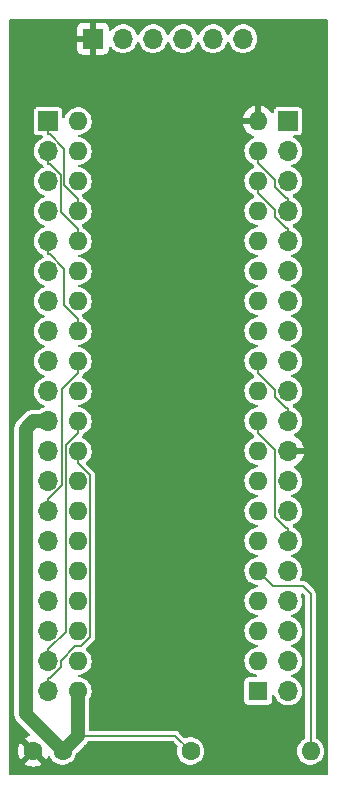
<source format=gtl>
G04 #@! TF.GenerationSoftware,KiCad,Pcbnew,(6.0.7-1)-1*
G04 #@! TF.CreationDate,2022-09-28T23:36:56+09:00*
G04 #@! TF.ProjectId,MEZ8085,4d455a38-3038-4352-9e6b-696361645f70,A*
G04 #@! TF.SameCoordinates,PX5f5e100PY8f0d180*
G04 #@! TF.FileFunction,Copper,L1,Top*
G04 #@! TF.FilePolarity,Positive*
%FSLAX46Y46*%
G04 Gerber Fmt 4.6, Leading zero omitted, Abs format (unit mm)*
G04 Created by KiCad (PCBNEW (6.0.7-1)-1) date 2022-09-28 23:36:56*
%MOMM*%
%LPD*%
G01*
G04 APERTURE LIST*
G04 #@! TA.AperFunction,ComponentPad*
%ADD10R,1.600000X1.600000*%
G04 #@! TD*
G04 #@! TA.AperFunction,ComponentPad*
%ADD11O,1.600000X1.600000*%
G04 #@! TD*
G04 #@! TA.AperFunction,ComponentPad*
%ADD12R,1.700000X1.700000*%
G04 #@! TD*
G04 #@! TA.AperFunction,ComponentPad*
%ADD13O,1.700000X1.700000*%
G04 #@! TD*
G04 #@! TA.AperFunction,ComponentPad*
%ADD14C,1.600000*%
G04 #@! TD*
G04 #@! TA.AperFunction,Conductor*
%ADD15C,1.200000*%
G04 #@! TD*
G04 #@! TA.AperFunction,Conductor*
%ADD16C,0.152400*%
G04 #@! TD*
G04 APERTURE END LIST*
D10*
X21595000Y7625000D03*
D11*
X21595000Y10165000D03*
X21595000Y12705000D03*
X21595000Y15245000D03*
X21595000Y17785000D03*
X21595000Y20325000D03*
X21595000Y22865000D03*
X21595000Y25405000D03*
X21595000Y27945000D03*
X21595000Y30485000D03*
X21595000Y33025000D03*
X21595000Y35565000D03*
X21595000Y38105000D03*
X21595000Y40645000D03*
X21595000Y43185000D03*
X21595000Y45725000D03*
X21595000Y48265000D03*
X21595000Y50805000D03*
X21595000Y53345000D03*
X21595000Y55885000D03*
X6355000Y55885000D03*
X6355000Y53345000D03*
X6355000Y50805000D03*
X6355000Y48265000D03*
X6355000Y45725000D03*
X6355000Y43185000D03*
X6355000Y40645000D03*
X6355000Y38105000D03*
X6355000Y35565000D03*
X6355000Y33025000D03*
X6355000Y30485000D03*
X6355000Y27945000D03*
X6355000Y25405000D03*
X6355000Y22865000D03*
X6355000Y20325000D03*
X6355000Y17785000D03*
X6355000Y15245000D03*
X6355000Y12705000D03*
X6355000Y10165000D03*
X6355000Y7625000D03*
D12*
X7620000Y62865000D03*
D13*
X10160000Y62865000D03*
X12700000Y62865000D03*
X15240000Y62865000D03*
X17780000Y62865000D03*
X20320000Y62865000D03*
D14*
X15875000Y2540000D03*
D11*
X26035000Y2540000D03*
D14*
X5060000Y2540000D03*
X2560000Y2540000D03*
D12*
X24130000Y55875000D03*
D13*
X24130000Y53335000D03*
X24130000Y50795000D03*
X24130000Y48255000D03*
X24130000Y45715000D03*
X24130000Y43175000D03*
X24130000Y40635000D03*
X24130000Y38095000D03*
X24130000Y35555000D03*
X24130000Y33015000D03*
X24130000Y30475000D03*
X24130000Y27935000D03*
X24130000Y25395000D03*
X24130000Y22855000D03*
X24130000Y20315000D03*
X24130000Y17775000D03*
X24130000Y15235000D03*
X24130000Y12695000D03*
X24130000Y10155000D03*
X24130000Y7615000D03*
D12*
X3810000Y55875000D03*
D13*
X3810000Y53335000D03*
X3810000Y50795000D03*
X3810000Y48255000D03*
X3810000Y45715000D03*
X3810000Y43175000D03*
X3810000Y40635000D03*
X3810000Y38095000D03*
X3810000Y35555000D03*
X3810000Y33015000D03*
X3810000Y30475000D03*
X3810000Y27935000D03*
X3810000Y25395000D03*
X3810000Y22855000D03*
X3810000Y20315000D03*
X3810000Y17775000D03*
X3810000Y15235000D03*
X3810000Y12695000D03*
X3810000Y10155000D03*
X3810000Y7615000D03*
D15*
X2535000Y30475000D02*
X1905000Y29845000D01*
D16*
X6352500Y3812500D02*
X14602500Y3812500D01*
D15*
X1905000Y29845000D02*
X1905000Y5695000D01*
X1905000Y5695000D02*
X5060000Y2540000D01*
X3810000Y30475000D02*
X2535000Y30475000D01*
X6350000Y3810000D02*
X6352500Y3812500D01*
X6355000Y3815000D02*
X6355000Y7625000D01*
X6352500Y3812500D02*
X6355000Y3815000D01*
D16*
X14602500Y3812500D02*
X15875000Y2540000D01*
D15*
X5060000Y2540000D02*
X6330000Y3810000D01*
X6330000Y3810000D02*
X6350000Y3810000D01*
D16*
X6355000Y48265000D02*
X6355000Y49293900D01*
X5194100Y50454800D02*
X6355000Y49293900D01*
X3810000Y54796100D02*
X3944900Y54796100D01*
X3944900Y54796100D02*
X5194100Y53546900D01*
X3810000Y55875000D02*
X3810000Y54796100D01*
X5194100Y53546900D02*
X5194100Y50454800D01*
X3810000Y52256100D02*
X3945000Y52256100D01*
X3945000Y52256100D02*
X4888900Y51312200D01*
X4888900Y51312200D02*
X4888900Y48220000D01*
X6355000Y45725000D02*
X6355000Y46753900D01*
X4888900Y48220000D02*
X6355000Y46753900D01*
X3810000Y53335000D02*
X3810000Y52256100D01*
X3810000Y44636100D02*
X3944900Y44636100D01*
X5194100Y40294800D02*
X6355000Y39133900D01*
X3810000Y45715000D02*
X3810000Y44636100D01*
X3944900Y44636100D02*
X5194100Y43386900D01*
X6355000Y38105000D02*
X6355000Y39133900D01*
X5194100Y43386900D02*
X5194100Y40294800D01*
X6355000Y34536100D02*
X5020900Y33202000D01*
X3921800Y23933900D02*
X3810000Y23933900D01*
X5020900Y33202000D02*
X5020900Y25033000D01*
X3810000Y22855000D02*
X3810000Y23933900D01*
X6355000Y35565000D02*
X6355000Y34536100D01*
X5020900Y25033000D02*
X3921800Y23933900D01*
X3921800Y11233900D02*
X3810000Y11233900D01*
X6355000Y29456100D02*
X5326100Y28427200D01*
X5326100Y28427200D02*
X5326100Y12638200D01*
X5326100Y12638200D02*
X3921800Y11233900D01*
X3810000Y10155000D02*
X3810000Y11233900D01*
X6355000Y30485000D02*
X6355000Y29456100D01*
X4888900Y10201000D02*
X6122900Y11435000D01*
X4888900Y9637800D02*
X4888900Y10201000D01*
X7389700Y25881400D02*
X6355000Y26916100D01*
X3810000Y7615000D02*
X3810000Y8693900D01*
X3945000Y8693900D02*
X4888900Y9637800D01*
X6122900Y11435000D02*
X6595800Y11435000D01*
X7389700Y12228900D02*
X7389700Y25881400D01*
X3810000Y8693900D02*
X3945000Y8693900D01*
X6355000Y27945000D02*
X6355000Y26916100D01*
X6595800Y11435000D02*
X7389700Y12228900D01*
X23051100Y50277800D02*
X23051100Y50860000D01*
X23995000Y49333900D02*
X23051100Y50277800D01*
X24130000Y48255000D02*
X24130000Y49333900D01*
X24130000Y49333900D02*
X23995000Y49333900D01*
X23051100Y50860000D02*
X21595000Y52316100D01*
X21595000Y53345000D02*
X21595000Y52316100D01*
X23995000Y46793900D02*
X23051100Y47737800D01*
X23051100Y48320000D02*
X21595000Y49776100D01*
X24130000Y46793900D02*
X23995000Y46793900D01*
X23051100Y47737800D02*
X23051100Y48320000D01*
X21595000Y50805000D02*
X21595000Y49776100D01*
X24130000Y45715000D02*
X24130000Y46793900D01*
X23051100Y33080000D02*
X21595000Y34536100D01*
X24130000Y31553900D02*
X23995000Y31553900D01*
X23995000Y31553900D02*
X23051100Y32497800D01*
X21595000Y35565000D02*
X21595000Y34536100D01*
X23051100Y32497800D02*
X23051100Y33080000D01*
X24130000Y30475000D02*
X24130000Y31553900D01*
X22870000Y16510000D02*
X21595000Y17785000D01*
X26035000Y15875000D02*
X25400000Y16510000D01*
X26035000Y2540000D02*
X26035000Y15875000D01*
X25400000Y16510000D02*
X22870000Y16510000D01*
X23995000Y21393900D02*
X23051100Y22337800D01*
X24130000Y20315000D02*
X24130000Y21393900D01*
X21595000Y30485000D02*
X21595000Y29456100D01*
X23051100Y28000000D02*
X21595000Y29456100D01*
X23051100Y22337800D02*
X23051100Y28000000D01*
X24130000Y21393900D02*
X23995000Y21393900D01*
G04 #@! TA.AperFunction,Conductor*
G36*
X27442121Y64479998D02*
G01*
X27488614Y64426342D01*
X27500000Y64374000D01*
X27500000Y626000D01*
X27479998Y557879D01*
X27426342Y511386D01*
X27374000Y500000D01*
X626000Y500000D01*
X557879Y520002D01*
X511386Y573658D01*
X500000Y626000D01*
X500000Y1453938D01*
X1838493Y1453938D01*
X1847789Y1441923D01*
X1898994Y1406069D01*
X1908489Y1400586D01*
X2105947Y1308510D01*
X2116239Y1304764D01*
X2326688Y1248375D01*
X2337481Y1246472D01*
X2554525Y1227483D01*
X2565475Y1227483D01*
X2782519Y1246472D01*
X2793312Y1248375D01*
X3003761Y1304764D01*
X3014053Y1308510D01*
X3211511Y1400586D01*
X3221006Y1406069D01*
X3273048Y1442509D01*
X3281424Y1452988D01*
X3274356Y1466434D01*
X2572812Y2167978D01*
X2558868Y2175592D01*
X2557035Y2175461D01*
X2550420Y2171210D01*
X1844923Y1465713D01*
X1838493Y1453938D01*
X500000Y1453938D01*
X500000Y2534525D01*
X1247483Y2534525D01*
X1266472Y2317481D01*
X1268375Y2306688D01*
X1324764Y2096239D01*
X1328510Y2085947D01*
X1420586Y1888489D01*
X1426069Y1878994D01*
X1462509Y1826952D01*
X1472988Y1818576D01*
X1486434Y1825644D01*
X2187978Y2527188D01*
X2195592Y2541132D01*
X2195461Y2542965D01*
X2191210Y2549580D01*
X1485713Y3255077D01*
X1473938Y3261507D01*
X1461923Y3252211D01*
X1426069Y3201006D01*
X1420586Y3191511D01*
X1328510Y2994053D01*
X1324764Y2983761D01*
X1268375Y2773312D01*
X1266472Y2762519D01*
X1247483Y2545475D01*
X1247483Y2534525D01*
X500000Y2534525D01*
X500000Y29821658D01*
X949883Y29821658D01*
X950683Y29815326D01*
X953506Y29792979D01*
X954500Y29777187D01*
X954500Y5710432D01*
X954451Y5706914D01*
X952164Y5625028D01*
X962075Y5568821D01*
X963343Y5559678D01*
X969112Y5502890D01*
X975704Y5481855D01*
X977166Y5477189D01*
X981016Y5461393D01*
X984585Y5441153D01*
X984587Y5441144D01*
X985695Y5434863D01*
X988044Y5428930D01*
X1006706Y5381794D01*
X1009788Y5373091D01*
X1026856Y5318627D01*
X1029950Y5313044D01*
X1029951Y5313043D01*
X1039918Y5295062D01*
X1046862Y5280371D01*
X1056779Y5255325D01*
X1088028Y5207572D01*
X1092798Y5199664D01*
X1120472Y5149739D01*
X1124626Y5144893D01*
X1124627Y5144891D01*
X1138001Y5129288D01*
X1147766Y5116282D01*
X1162513Y5093746D01*
X1166758Y5089032D01*
X1203543Y5052247D01*
X1210116Y5045150D01*
X1246136Y5003125D01*
X1268986Y4985400D01*
X1280848Y4974942D01*
X2249248Y4006542D01*
X2283274Y3944230D01*
X2278209Y3873415D01*
X2235662Y3816579D01*
X2192763Y3795740D01*
X2116241Y3775237D01*
X2105947Y3771490D01*
X1908489Y3679414D01*
X1898994Y3673931D01*
X1846952Y3637491D01*
X1838576Y3627012D01*
X1845644Y3613566D01*
X3634287Y1824923D01*
X3646062Y1818493D01*
X3658077Y1827789D01*
X3693931Y1878994D01*
X3699414Y1888489D01*
X3782680Y2067054D01*
X3829597Y2120339D01*
X3897875Y2139800D01*
X3965835Y2119258D01*
X4011300Y2066556D01*
X4059369Y1962286D01*
X4181405Y1789609D01*
X4332865Y1642063D01*
X4337661Y1638858D01*
X4337664Y1638856D01*
X4480936Y1543125D01*
X4508677Y1524589D01*
X4513985Y1522308D01*
X4513986Y1522308D01*
X4697650Y1443400D01*
X4697653Y1443399D01*
X4702953Y1441122D01*
X4708582Y1439848D01*
X4708583Y1439848D01*
X4903550Y1395731D01*
X4903553Y1395731D01*
X4909186Y1394456D01*
X4914957Y1394229D01*
X4914959Y1394229D01*
X4976989Y1391792D01*
X5120470Y1386154D01*
X5126179Y1386982D01*
X5126183Y1386982D01*
X5324015Y1415667D01*
X5324019Y1415668D01*
X5329730Y1416496D01*
X5408987Y1443400D01*
X5524483Y1482605D01*
X5524488Y1482607D01*
X5529955Y1484463D01*
X5534998Y1487287D01*
X5709395Y1584954D01*
X5709399Y1584957D01*
X5714442Y1587781D01*
X5877012Y1722988D01*
X6012219Y1885558D01*
X6015043Y1890601D01*
X6015046Y1890605D01*
X6112713Y2065002D01*
X6112714Y2065004D01*
X6115537Y2070045D01*
X6117393Y2075512D01*
X6117395Y2075517D01*
X6181647Y2264800D01*
X6183504Y2270270D01*
X6185812Y2286187D01*
X6215381Y2350733D01*
X6221413Y2357203D01*
X6871591Y3007381D01*
X6888774Y3021749D01*
X6889677Y3022377D01*
X6895261Y3025472D01*
X6913696Y3041273D01*
X6929294Y3052688D01*
X6937934Y3058045D01*
X6940294Y3060276D01*
X6941431Y3061084D01*
X6947199Y3064859D01*
X6947201Y3064861D01*
X6951254Y3067513D01*
X6955968Y3071758D01*
X6992753Y3108543D01*
X6999850Y3115116D01*
X7001327Y3116382D01*
X7041875Y3151136D01*
X7045791Y3156184D01*
X7051074Y3162994D01*
X7064056Y3177312D01*
X7073601Y3186338D01*
X7073605Y3186342D01*
X7078235Y3190721D01*
X7085437Y3201006D01*
X7110975Y3237478D01*
X7116544Y3244842D01*
X7148582Y3284125D01*
X7152615Y3289070D01*
X7165098Y3312947D01*
X7173545Y3326839D01*
X7177216Y3332081D01*
X7232678Y3376404D01*
X7280422Y3385800D01*
X14373565Y3385800D01*
X14441686Y3365798D01*
X14462660Y3348895D01*
X14758905Y3052650D01*
X14792931Y2990338D01*
X14790143Y2926191D01*
X14744820Y2780227D01*
X14719967Y2570246D01*
X14733796Y2359251D01*
X14735217Y2353655D01*
X14735218Y2353650D01*
X14757784Y2264800D01*
X14785845Y2154310D01*
X14874369Y1962286D01*
X14996405Y1789609D01*
X15147865Y1642063D01*
X15152661Y1638858D01*
X15152664Y1638856D01*
X15295936Y1543125D01*
X15323677Y1524589D01*
X15328985Y1522308D01*
X15328986Y1522308D01*
X15512650Y1443400D01*
X15512653Y1443399D01*
X15517953Y1441122D01*
X15523582Y1439848D01*
X15523583Y1439848D01*
X15718550Y1395731D01*
X15718553Y1395731D01*
X15724186Y1394456D01*
X15729957Y1394229D01*
X15729959Y1394229D01*
X15791989Y1391792D01*
X15935470Y1386154D01*
X15941179Y1386982D01*
X15941183Y1386982D01*
X16139015Y1415667D01*
X16139019Y1415668D01*
X16144730Y1416496D01*
X16223987Y1443400D01*
X16339483Y1482605D01*
X16339488Y1482607D01*
X16344955Y1484463D01*
X16349998Y1487287D01*
X16524395Y1584954D01*
X16524399Y1584957D01*
X16529442Y1587781D01*
X16692012Y1722988D01*
X16827219Y1885558D01*
X16830043Y1890601D01*
X16830046Y1890605D01*
X16927713Y2065002D01*
X16927714Y2065004D01*
X16930537Y2070045D01*
X16932393Y2075512D01*
X16932395Y2075517D01*
X16996647Y2264800D01*
X16998504Y2270270D01*
X17003785Y2306688D01*
X17028314Y2475860D01*
X17028314Y2475862D01*
X17028846Y2479530D01*
X17030429Y2540000D01*
X17011081Y2750560D01*
X16953686Y2954069D01*
X16942553Y2976646D01*
X16862719Y3138531D01*
X16860165Y3143710D01*
X16733651Y3313133D01*
X16578381Y3456663D01*
X16399554Y3569495D01*
X16203160Y3647848D01*
X16197503Y3648973D01*
X16197497Y3648975D01*
X16001442Y3687972D01*
X16001440Y3687972D01*
X15995775Y3689099D01*
X15990000Y3689175D01*
X15989996Y3689175D01*
X15883976Y3690563D01*
X15784346Y3691867D01*
X15778649Y3690888D01*
X15778648Y3690888D01*
X15581650Y3657038D01*
X15581649Y3657038D01*
X15575953Y3656059D01*
X15495614Y3626420D01*
X15424781Y3621608D01*
X15362908Y3655537D01*
X14927423Y4091022D01*
X14917568Y4102112D01*
X14903730Y4119666D01*
X14903726Y4119670D01*
X14897896Y4127065D01*
X14852185Y4158657D01*
X14849062Y4160890D01*
X14804421Y4193862D01*
X14797971Y4196127D01*
X14792343Y4200017D01*
X14783368Y4202855D01*
X14783363Y4202858D01*
X14739454Y4216744D01*
X14735713Y4217992D01*
X14705192Y4228710D01*
X14692245Y4233257D01*
X14692242Y4233258D01*
X14683359Y4236377D01*
X14676523Y4236646D01*
X14670005Y4238707D01*
X14663741Y4239200D01*
X14613980Y4239200D01*
X14609034Y4239297D01*
X14608756Y4239308D01*
X14555148Y4241414D01*
X14548337Y4239608D01*
X14540922Y4239200D01*
X7431500Y4239200D01*
X7363379Y4259202D01*
X7316886Y4312858D01*
X7305500Y4365200D01*
X7305500Y6934610D01*
X7321566Y6996176D01*
X7407713Y7150002D01*
X7407714Y7150004D01*
X7410537Y7155045D01*
X7412393Y7160512D01*
X7412395Y7160517D01*
X7476647Y7349800D01*
X7478504Y7355270D01*
X7488158Y7421846D01*
X7508314Y7560860D01*
X7508314Y7560862D01*
X7508846Y7564530D01*
X7510429Y7625000D01*
X7491081Y7835560D01*
X7433686Y8039069D01*
X7429744Y8047064D01*
X7342719Y8223531D01*
X7340165Y8228710D01*
X7213651Y8398133D01*
X7085237Y8516838D01*
X7062622Y8537743D01*
X7062620Y8537745D01*
X7058381Y8541663D01*
X6930252Y8622507D01*
X6884434Y8651416D01*
X6884433Y8651416D01*
X6879554Y8654495D01*
X6683160Y8732848D01*
X6677503Y8733973D01*
X6677497Y8733975D01*
X6480234Y8773212D01*
X6417324Y8806119D01*
X6382192Y8867814D01*
X6385992Y8938709D01*
X6427517Y8996295D01*
X6486734Y9021487D01*
X6619015Y9040667D01*
X6619019Y9040668D01*
X6624730Y9041496D01*
X6703987Y9068400D01*
X6819483Y9107605D01*
X6819488Y9107607D01*
X6824955Y9109463D01*
X6829998Y9112287D01*
X7004395Y9209954D01*
X7004399Y9209957D01*
X7009442Y9212781D01*
X7172012Y9347988D01*
X7307219Y9510558D01*
X7310043Y9515601D01*
X7310046Y9515605D01*
X7407713Y9690002D01*
X7407714Y9690004D01*
X7410537Y9695045D01*
X7412393Y9700512D01*
X7412395Y9700517D01*
X7473070Y9879262D01*
X7478504Y9895270D01*
X7488855Y9966654D01*
X7508314Y10100860D01*
X7508314Y10100862D01*
X7508846Y10104530D01*
X7510429Y10165000D01*
X7491081Y10375560D01*
X7433686Y10579069D01*
X7429744Y10587064D01*
X7342719Y10763531D01*
X7340165Y10768710D01*
X7213651Y10938133D01*
X7058381Y11081663D01*
X7053494Y11084746D01*
X7051768Y11086071D01*
X7009900Y11143408D01*
X7005676Y11214279D01*
X7039375Y11275130D01*
X7668222Y11903977D01*
X7679312Y11913832D01*
X7696866Y11927670D01*
X7696870Y11927674D01*
X7704265Y11933504D01*
X7718852Y11954609D01*
X7735804Y11979138D01*
X7738106Y11982360D01*
X7771062Y12026978D01*
X7773328Y12033429D01*
X7777217Y12039057D01*
X7793964Y12092013D01*
X7795200Y12095715D01*
X7810454Y12139151D01*
X7813576Y12148041D01*
X7813844Y12154873D01*
X7815907Y12161395D01*
X7816400Y12167659D01*
X7816400Y12217430D01*
X7816497Y12222377D01*
X7818244Y12266839D01*
X7818614Y12276252D01*
X7816808Y12283063D01*
X7816400Y12290477D01*
X7816400Y25848589D01*
X7817273Y25863400D01*
X7819901Y25885603D01*
X7821008Y25894954D01*
X7811036Y25949555D01*
X7810387Y25953453D01*
X7803544Y25998972D01*
X7802144Y26008284D01*
X7799184Y26014449D01*
X7797955Y26021176D01*
X7772397Y26070378D01*
X7770630Y26073915D01*
X7750681Y26115458D01*
X7750677Y26115464D01*
X7746602Y26123950D01*
X7741958Y26128974D01*
X7738807Y26135040D01*
X7734727Y26139818D01*
X7699551Y26174994D01*
X7696121Y26178560D01*
X7680171Y26195815D01*
X7659505Y26218171D01*
X7653413Y26221710D01*
X7647876Y26226669D01*
X7037394Y26837151D01*
X7003368Y26899463D01*
X7008433Y26970278D01*
X7045917Y27023117D01*
X7172012Y27127988D01*
X7307219Y27290558D01*
X7310043Y27295601D01*
X7310046Y27295605D01*
X7407713Y27470002D01*
X7407714Y27470004D01*
X7410537Y27475045D01*
X7412393Y27480512D01*
X7412395Y27480517D01*
X7476647Y27669800D01*
X7478504Y27675270D01*
X7497605Y27807000D01*
X7508314Y27880860D01*
X7508314Y27880862D01*
X7508846Y27884530D01*
X7510429Y27945000D01*
X7491081Y28155560D01*
X7433686Y28359069D01*
X7423919Y28378876D01*
X7342719Y28543531D01*
X7340165Y28548710D01*
X7213651Y28718133D01*
X7058381Y28861663D01*
X6879554Y28974495D01*
X6761086Y29021759D01*
X6705228Y29065578D01*
X6681927Y29132642D01*
X6698583Y29201658D01*
X6706426Y29213647D01*
X6730763Y29246597D01*
X6730764Y29246599D01*
X6736362Y29254178D01*
X6738628Y29260629D01*
X6742517Y29266257D01*
X6759265Y29319214D01*
X6760488Y29322879D01*
X6775524Y29365695D01*
X6816967Y29423339D01*
X6832835Y29433876D01*
X7009442Y29532781D01*
X7172012Y29667988D01*
X7307219Y29830558D01*
X7310043Y29835601D01*
X7310046Y29835605D01*
X7407713Y30010002D01*
X7407714Y30010004D01*
X7410537Y30015045D01*
X7412393Y30020512D01*
X7412395Y30020517D01*
X7473255Y30199806D01*
X7478504Y30215270D01*
X7488855Y30286654D01*
X7508314Y30420860D01*
X7508314Y30420862D01*
X7508846Y30424530D01*
X7510429Y30485000D01*
X7491081Y30695560D01*
X7433686Y30899069D01*
X7429744Y30907064D01*
X7342719Y31083531D01*
X7340165Y31088710D01*
X7213651Y31258133D01*
X7108805Y31355052D01*
X7062622Y31397743D01*
X7062620Y31397745D01*
X7058381Y31401663D01*
X6879554Y31514495D01*
X6683160Y31592848D01*
X6677503Y31593973D01*
X6677497Y31593975D01*
X6480234Y31633212D01*
X6417324Y31666119D01*
X6382192Y31727814D01*
X6385992Y31798709D01*
X6427517Y31856295D01*
X6486734Y31881487D01*
X6619015Y31900667D01*
X6619019Y31900668D01*
X6624730Y31901496D01*
X6703987Y31928400D01*
X6819483Y31967605D01*
X6819488Y31967607D01*
X6824955Y31969463D01*
X6829998Y31972287D01*
X7004395Y32069954D01*
X7004399Y32069957D01*
X7009442Y32072781D01*
X7172012Y32207988D01*
X7307219Y32370558D01*
X7310043Y32375601D01*
X7310046Y32375605D01*
X7407713Y32550002D01*
X7407714Y32550004D01*
X7410537Y32555045D01*
X7412393Y32560512D01*
X7412395Y32560517D01*
X7476647Y32749800D01*
X7478504Y32755270D01*
X7508846Y32964530D01*
X7510429Y33025000D01*
X7491081Y33235560D01*
X7433686Y33439069D01*
X7429744Y33447064D01*
X7342719Y33623531D01*
X7340165Y33628710D01*
X7213651Y33798133D01*
X7058381Y33941663D01*
X6879554Y34054495D01*
X6761086Y34101759D01*
X6705228Y34145578D01*
X6681927Y34212642D01*
X6698583Y34281658D01*
X6706426Y34293647D01*
X6730763Y34326597D01*
X6730764Y34326599D01*
X6736362Y34334178D01*
X6738628Y34340629D01*
X6742517Y34346257D01*
X6759265Y34399214D01*
X6760488Y34402879D01*
X6775524Y34445695D01*
X6816967Y34503339D01*
X6832835Y34513876D01*
X7009442Y34612781D01*
X7172012Y34747988D01*
X7307219Y34910558D01*
X7310043Y34915601D01*
X7310046Y34915605D01*
X7407713Y35090002D01*
X7407714Y35090004D01*
X7410537Y35095045D01*
X7412393Y35100512D01*
X7412395Y35100517D01*
X7473070Y35279262D01*
X7478504Y35295270D01*
X7488158Y35361846D01*
X7508314Y35500860D01*
X7508314Y35500862D01*
X7508846Y35504530D01*
X7510429Y35565000D01*
X7491081Y35775560D01*
X7433686Y35979069D01*
X7429744Y35987064D01*
X7342719Y36163531D01*
X7340165Y36168710D01*
X7213651Y36338133D01*
X7058381Y36481663D01*
X6879554Y36594495D01*
X6683160Y36672848D01*
X6677503Y36673973D01*
X6677497Y36673975D01*
X6480234Y36713212D01*
X6417324Y36746119D01*
X6382192Y36807814D01*
X6385992Y36878709D01*
X6427517Y36936295D01*
X6486734Y36961487D01*
X6619015Y36980667D01*
X6619019Y36980668D01*
X6624730Y36981496D01*
X6703987Y37008400D01*
X6819483Y37047605D01*
X6819488Y37047607D01*
X6824955Y37049463D01*
X6829998Y37052287D01*
X7004395Y37149954D01*
X7004399Y37149957D01*
X7009442Y37152781D01*
X7172012Y37287988D01*
X7307219Y37450558D01*
X7310043Y37455601D01*
X7310046Y37455605D01*
X7407713Y37630002D01*
X7407714Y37630004D01*
X7410537Y37635045D01*
X7412393Y37640512D01*
X7412395Y37640517D01*
X7473070Y37819262D01*
X7478504Y37835270D01*
X7488158Y37901846D01*
X7508314Y38040860D01*
X7508314Y38040862D01*
X7508846Y38044530D01*
X7510429Y38105000D01*
X7491081Y38315560D01*
X7433686Y38519069D01*
X7429744Y38527064D01*
X7342719Y38703531D01*
X7340165Y38708710D01*
X7213651Y38878133D01*
X7058381Y39021663D01*
X6879554Y39134495D01*
X6847648Y39147224D01*
X6791789Y39191044D01*
X6769738Y39245526D01*
X6768845Y39251470D01*
X6768844Y39251475D01*
X6767444Y39260784D01*
X6764485Y39266946D01*
X6763256Y39273676D01*
X6737678Y39322916D01*
X6735909Y39326456D01*
X6725653Y39347814D01*
X6711902Y39376450D01*
X6707258Y39381473D01*
X6707118Y39381743D01*
X6706816Y39382694D01*
X6705339Y39385169D01*
X6704112Y39387531D01*
X6705115Y39388052D01*
X6685721Y39449164D01*
X6704239Y39517703D01*
X6756873Y39565349D01*
X6771189Y39571212D01*
X6824955Y39589463D01*
X6829998Y39592287D01*
X7004395Y39689954D01*
X7004399Y39689957D01*
X7009442Y39692781D01*
X7172012Y39827988D01*
X7307219Y39990558D01*
X7310043Y39995601D01*
X7310046Y39995605D01*
X7407713Y40170002D01*
X7407714Y40170004D01*
X7410537Y40175045D01*
X7412393Y40180512D01*
X7412395Y40180517D01*
X7473070Y40359262D01*
X7478504Y40375270D01*
X7488855Y40446654D01*
X7508314Y40580860D01*
X7508314Y40580862D01*
X7508846Y40584530D01*
X7510429Y40645000D01*
X7491081Y40855560D01*
X7433686Y41059069D01*
X7429744Y41067064D01*
X7342719Y41243531D01*
X7340165Y41248710D01*
X7213651Y41418133D01*
X7058381Y41561663D01*
X6879554Y41674495D01*
X6683160Y41752848D01*
X6677503Y41753973D01*
X6677497Y41753975D01*
X6480234Y41793212D01*
X6417324Y41826119D01*
X6382192Y41887814D01*
X6385992Y41958709D01*
X6427517Y42016295D01*
X6486734Y42041487D01*
X6619015Y42060667D01*
X6619019Y42060668D01*
X6624730Y42061496D01*
X6703987Y42088400D01*
X6819483Y42127605D01*
X6819488Y42127607D01*
X6824955Y42129463D01*
X6829998Y42132287D01*
X7004395Y42229954D01*
X7004399Y42229957D01*
X7009442Y42232781D01*
X7172012Y42367988D01*
X7307219Y42530558D01*
X7310043Y42535601D01*
X7310046Y42535605D01*
X7407713Y42710002D01*
X7407714Y42710004D01*
X7410537Y42715045D01*
X7412393Y42720512D01*
X7412395Y42720517D01*
X7473070Y42899262D01*
X7478504Y42915270D01*
X7488855Y42986654D01*
X7508314Y43120860D01*
X7508314Y43120862D01*
X7508846Y43124530D01*
X7510429Y43185000D01*
X7491081Y43395560D01*
X7433686Y43599069D01*
X7429744Y43607064D01*
X7342719Y43783531D01*
X7340165Y43788710D01*
X7213651Y43958133D01*
X7058381Y44101663D01*
X6879554Y44214495D01*
X6683160Y44292848D01*
X6677503Y44293973D01*
X6677497Y44293975D01*
X6480234Y44333212D01*
X6417324Y44366119D01*
X6382192Y44427814D01*
X6385992Y44498709D01*
X6427517Y44556295D01*
X6486734Y44581487D01*
X6619015Y44600667D01*
X6619019Y44600668D01*
X6624730Y44601496D01*
X6703987Y44628400D01*
X6819483Y44667605D01*
X6819488Y44667607D01*
X6824955Y44669463D01*
X6830387Y44672505D01*
X7004395Y44769954D01*
X7004399Y44769957D01*
X7009442Y44772781D01*
X7172012Y44907988D01*
X7307219Y45070558D01*
X7310043Y45075601D01*
X7310046Y45075605D01*
X7407713Y45250002D01*
X7407714Y45250004D01*
X7410537Y45255045D01*
X7412393Y45260512D01*
X7412395Y45260517D01*
X7473070Y45439262D01*
X7478504Y45455270D01*
X7488158Y45521846D01*
X7508314Y45660860D01*
X7508314Y45660862D01*
X7508846Y45664530D01*
X7510429Y45725000D01*
X7491081Y45935560D01*
X7433686Y46139069D01*
X7429744Y46147064D01*
X7342719Y46323531D01*
X7340165Y46328710D01*
X7213651Y46498133D01*
X7113286Y46590910D01*
X7062622Y46637743D01*
X7062620Y46637745D01*
X7058381Y46641663D01*
X6879554Y46754495D01*
X6847648Y46767224D01*
X6791789Y46811044D01*
X6769738Y46865526D01*
X6768845Y46871470D01*
X6768844Y46871475D01*
X6767444Y46880784D01*
X6764485Y46886946D01*
X6763256Y46893676D01*
X6737678Y46942916D01*
X6735909Y46946456D01*
X6725502Y46968128D01*
X6711902Y46996450D01*
X6707258Y47001473D01*
X6707118Y47001743D01*
X6706816Y47002694D01*
X6705339Y47005169D01*
X6704112Y47007531D01*
X6705115Y47008052D01*
X6685721Y47069164D01*
X6704239Y47137703D01*
X6756873Y47185349D01*
X6771189Y47191212D01*
X6824955Y47209463D01*
X6829998Y47212287D01*
X7004395Y47309954D01*
X7004399Y47309957D01*
X7009442Y47312781D01*
X7172012Y47447988D01*
X7307219Y47610558D01*
X7310043Y47615601D01*
X7310046Y47615605D01*
X7407713Y47790002D01*
X7407714Y47790004D01*
X7410537Y47795045D01*
X7412393Y47800512D01*
X7412395Y47800517D01*
X7476647Y47989800D01*
X7478504Y47995270D01*
X7508846Y48204530D01*
X7510429Y48265000D01*
X7491081Y48475560D01*
X7433686Y48679069D01*
X7429744Y48687064D01*
X7342719Y48863531D01*
X7340165Y48868710D01*
X7213651Y49038133D01*
X7113286Y49130910D01*
X7062622Y49177743D01*
X7062620Y49177745D01*
X7058381Y49181663D01*
X6879554Y49294495D01*
X6847648Y49307224D01*
X6791789Y49351044D01*
X6769738Y49405526D01*
X6768845Y49411470D01*
X6768844Y49411475D01*
X6767444Y49420784D01*
X6764485Y49426946D01*
X6763256Y49433676D01*
X6739783Y49478863D01*
X6737678Y49482916D01*
X6735909Y49486456D01*
X6716729Y49526397D01*
X6711902Y49536450D01*
X6707258Y49541473D01*
X6707118Y49541743D01*
X6706816Y49542694D01*
X6705339Y49545169D01*
X6704112Y49547531D01*
X6705115Y49548052D01*
X6685721Y49609164D01*
X6704239Y49677703D01*
X6756873Y49725349D01*
X6771189Y49731212D01*
X6824955Y49749463D01*
X6829998Y49752287D01*
X7004395Y49849954D01*
X7004399Y49849957D01*
X7009442Y49852781D01*
X7172012Y49987988D01*
X7307219Y50150558D01*
X7310043Y50155601D01*
X7310046Y50155605D01*
X7407713Y50330002D01*
X7407714Y50330004D01*
X7410537Y50335045D01*
X7412393Y50340512D01*
X7412395Y50340517D01*
X7476647Y50529800D01*
X7478504Y50535270D01*
X7508846Y50744530D01*
X7510429Y50805000D01*
X7491081Y51015560D01*
X7433686Y51219069D01*
X7429744Y51227064D01*
X7342719Y51403531D01*
X7340165Y51408710D01*
X7213651Y51578133D01*
X7058381Y51721663D01*
X6879554Y51834495D01*
X6683160Y51912848D01*
X6677503Y51913973D01*
X6677497Y51913975D01*
X6480234Y51953212D01*
X6417324Y51986119D01*
X6382192Y52047814D01*
X6385992Y52118709D01*
X6427517Y52176295D01*
X6486734Y52201487D01*
X6619015Y52220667D01*
X6619019Y52220668D01*
X6624730Y52221496D01*
X6732000Y52257909D01*
X6819483Y52287605D01*
X6819488Y52287607D01*
X6824955Y52289463D01*
X6829998Y52292287D01*
X7004395Y52389954D01*
X7004399Y52389957D01*
X7009442Y52392781D01*
X7172012Y52527988D01*
X7307219Y52690558D01*
X7310043Y52695601D01*
X7310046Y52695605D01*
X7407713Y52870002D01*
X7407714Y52870004D01*
X7410537Y52875045D01*
X7412393Y52880512D01*
X7412395Y52880517D01*
X7473070Y53059262D01*
X7478504Y53075270D01*
X7488855Y53146654D01*
X7508314Y53280860D01*
X7508314Y53280862D01*
X7508846Y53284530D01*
X7510429Y53345000D01*
X7491081Y53555560D01*
X7433686Y53759069D01*
X7429744Y53767064D01*
X7342719Y53943531D01*
X7340165Y53948710D01*
X7213651Y54118133D01*
X7058381Y54261663D01*
X6879554Y54374495D01*
X6683160Y54452848D01*
X6677503Y54453973D01*
X6677497Y54453975D01*
X6480234Y54493212D01*
X6417324Y54526119D01*
X6382192Y54587814D01*
X6385992Y54658709D01*
X6427517Y54716295D01*
X6486734Y54741487D01*
X6619015Y54760667D01*
X6619019Y54760668D01*
X6624730Y54761496D01*
X6703987Y54788400D01*
X6819483Y54827605D01*
X6819488Y54827607D01*
X6824955Y54829463D01*
X6829998Y54832287D01*
X7004395Y54929954D01*
X7004399Y54929957D01*
X7009442Y54932781D01*
X7172012Y55067988D01*
X7307219Y55230558D01*
X7310043Y55235601D01*
X7310046Y55235605D01*
X7407713Y55410002D01*
X7407714Y55410004D01*
X7410537Y55415045D01*
X7412393Y55420512D01*
X7412395Y55420517D01*
X7476647Y55609800D01*
X7478504Y55615270D01*
X7478969Y55618478D01*
X20312273Y55618478D01*
X20359764Y55441239D01*
X20363510Y55430947D01*
X20455586Y55233489D01*
X20461069Y55223993D01*
X20586028Y55045533D01*
X20593084Y55037125D01*
X20747125Y54883084D01*
X20755533Y54876028D01*
X20933993Y54751069D01*
X20943489Y54745586D01*
X21140947Y54653510D01*
X21156413Y54647881D01*
X21155733Y54646012D01*
X21208897Y54613613D01*
X21239924Y54549755D01*
X21231501Y54479260D01*
X21186303Y54424509D01*
X21159282Y54410638D01*
X21097575Y54387873D01*
X21092614Y54384921D01*
X21092613Y54384921D01*
X20935588Y54291501D01*
X20915856Y54279762D01*
X20756881Y54140345D01*
X20625976Y53974292D01*
X20623287Y53969181D01*
X20623285Y53969178D01*
X20609792Y53943531D01*
X20527523Y53787164D01*
X20464820Y53585227D01*
X20439967Y53375246D01*
X20453796Y53164251D01*
X20455217Y53158655D01*
X20455218Y53158650D01*
X20480460Y53059262D01*
X20505845Y52959310D01*
X20594369Y52767286D01*
X20716405Y52594609D01*
X20867865Y52447063D01*
X20872661Y52443858D01*
X20872664Y52443856D01*
X20982782Y52370278D01*
X21043677Y52329589D01*
X21048977Y52327312D01*
X21048988Y52327306D01*
X21105150Y52303177D01*
X21159842Y52257909D01*
X21180010Y52206145D01*
X21181154Y52198534D01*
X21181156Y52198527D01*
X21182556Y52189216D01*
X21185516Y52183052D01*
X21186745Y52176323D01*
X21212322Y52127085D01*
X21214079Y52123569D01*
X21234020Y52082041D01*
X21234022Y52082037D01*
X21238098Y52073550D01*
X21242741Y52068528D01*
X21243535Y52067000D01*
X21243726Y52066397D01*
X21244660Y52064832D01*
X21245888Y52062468D01*
X21245103Y52062060D01*
X21264764Y52000127D01*
X21246251Y51931587D01*
X21193622Y51883935D01*
X21182405Y51879169D01*
X21147130Y51866155D01*
X21097575Y51847873D01*
X21092615Y51844922D01*
X21092613Y51844921D01*
X20935588Y51751501D01*
X20915856Y51739762D01*
X20756881Y51600345D01*
X20625976Y51434292D01*
X20623287Y51429181D01*
X20623285Y51429178D01*
X20609792Y51403531D01*
X20527523Y51247164D01*
X20464820Y51045227D01*
X20439967Y50835246D01*
X20453796Y50624251D01*
X20455217Y50618655D01*
X20455218Y50618650D01*
X20477784Y50529800D01*
X20505845Y50419310D01*
X20594369Y50227286D01*
X20716405Y50054609D01*
X20720539Y50050582D01*
X20825900Y49947944D01*
X20867865Y49907063D01*
X20872661Y49903858D01*
X20872664Y49903856D01*
X20982782Y49830278D01*
X21043677Y49789589D01*
X21048977Y49787312D01*
X21048988Y49787306D01*
X21105150Y49763177D01*
X21159842Y49717909D01*
X21180010Y49666145D01*
X21181154Y49658534D01*
X21181156Y49658527D01*
X21182556Y49649216D01*
X21185516Y49643052D01*
X21186745Y49636323D01*
X21212322Y49587085D01*
X21214079Y49583569D01*
X21234020Y49542041D01*
X21234022Y49542037D01*
X21238098Y49533550D01*
X21242741Y49528528D01*
X21243535Y49527000D01*
X21243726Y49526397D01*
X21244660Y49524832D01*
X21245888Y49522468D01*
X21245103Y49522060D01*
X21264764Y49460127D01*
X21246251Y49391587D01*
X21193622Y49343935D01*
X21182405Y49339169D01*
X21147130Y49326155D01*
X21097575Y49307873D01*
X21092614Y49304921D01*
X21092613Y49304921D01*
X20935588Y49211501D01*
X20915856Y49199762D01*
X20756881Y49060345D01*
X20625976Y48894292D01*
X20623287Y48889181D01*
X20623285Y48889178D01*
X20609792Y48863531D01*
X20527523Y48707164D01*
X20464820Y48505227D01*
X20439967Y48295246D01*
X20453796Y48084251D01*
X20455217Y48078655D01*
X20455218Y48078650D01*
X20477784Y47989800D01*
X20505845Y47879310D01*
X20594369Y47687286D01*
X20716405Y47514609D01*
X20720539Y47510582D01*
X20825900Y47407944D01*
X20867865Y47367063D01*
X20872661Y47363858D01*
X20872664Y47363856D01*
X21015936Y47268125D01*
X21043677Y47249589D01*
X21048985Y47247308D01*
X21048986Y47247308D01*
X21232650Y47168400D01*
X21232653Y47168399D01*
X21237953Y47166122D01*
X21243582Y47164848D01*
X21243583Y47164848D01*
X21438550Y47120731D01*
X21438553Y47120731D01*
X21444186Y47119456D01*
X21449958Y47119229D01*
X21455687Y47118475D01*
X21455327Y47115743D01*
X21511604Y47096784D01*
X21555950Y47041341D01*
X21563282Y46970724D01*
X21531271Y46907353D01*
X21470081Y46871349D01*
X21460704Y46869368D01*
X21301650Y46842038D01*
X21301649Y46842038D01*
X21295953Y46841059D01*
X21097575Y46767873D01*
X21092614Y46764921D01*
X21092613Y46764921D01*
X20935588Y46671501D01*
X20915856Y46659762D01*
X20756881Y46520345D01*
X20625976Y46354292D01*
X20623287Y46349181D01*
X20623285Y46349178D01*
X20609792Y46323531D01*
X20527523Y46167164D01*
X20464820Y45965227D01*
X20439967Y45755246D01*
X20453796Y45544251D01*
X20455217Y45538655D01*
X20455218Y45538650D01*
X20480460Y45439262D01*
X20505845Y45339310D01*
X20594369Y45147286D01*
X20716405Y44974609D01*
X20867865Y44827063D01*
X20872661Y44823858D01*
X20872664Y44823856D01*
X20993195Y44743320D01*
X21043677Y44709589D01*
X21048985Y44707308D01*
X21048986Y44707308D01*
X21232650Y44628400D01*
X21232653Y44628399D01*
X21237953Y44626122D01*
X21243582Y44624848D01*
X21243583Y44624848D01*
X21438550Y44580731D01*
X21438553Y44580731D01*
X21444186Y44579456D01*
X21449958Y44579229D01*
X21455687Y44578475D01*
X21455327Y44575743D01*
X21511604Y44556784D01*
X21555950Y44501341D01*
X21563282Y44430724D01*
X21531271Y44367353D01*
X21470081Y44331349D01*
X21460704Y44329368D01*
X21301650Y44302038D01*
X21301649Y44302038D01*
X21295953Y44301059D01*
X21097575Y44227873D01*
X21092614Y44224921D01*
X21092613Y44224921D01*
X20935588Y44131501D01*
X20915856Y44119762D01*
X20756881Y43980345D01*
X20625976Y43814292D01*
X20623287Y43809181D01*
X20623285Y43809178D01*
X20609792Y43783531D01*
X20527523Y43627164D01*
X20464820Y43425227D01*
X20439967Y43215246D01*
X20453796Y43004251D01*
X20455217Y42998655D01*
X20455218Y42998650D01*
X20480460Y42899262D01*
X20505845Y42799310D01*
X20594369Y42607286D01*
X20716405Y42434609D01*
X20867865Y42287063D01*
X20872661Y42283858D01*
X20872664Y42283856D01*
X20987692Y42206997D01*
X21043677Y42169589D01*
X21048985Y42167308D01*
X21048986Y42167308D01*
X21232650Y42088400D01*
X21232653Y42088399D01*
X21237953Y42086122D01*
X21243582Y42084848D01*
X21243583Y42084848D01*
X21438550Y42040731D01*
X21438553Y42040731D01*
X21444186Y42039456D01*
X21449958Y42039229D01*
X21455687Y42038475D01*
X21455327Y42035743D01*
X21511604Y42016784D01*
X21555950Y41961341D01*
X21563282Y41890724D01*
X21531271Y41827353D01*
X21470081Y41791349D01*
X21460704Y41789368D01*
X21301650Y41762038D01*
X21301649Y41762038D01*
X21295953Y41761059D01*
X21097575Y41687873D01*
X21092615Y41684922D01*
X21092613Y41684921D01*
X20935588Y41591501D01*
X20915856Y41579762D01*
X20756881Y41440345D01*
X20625976Y41274292D01*
X20623287Y41269181D01*
X20623285Y41269178D01*
X20609792Y41243531D01*
X20527523Y41087164D01*
X20464820Y40885227D01*
X20439967Y40675246D01*
X20453796Y40464251D01*
X20455217Y40458655D01*
X20455218Y40458650D01*
X20480460Y40359262D01*
X20505845Y40259310D01*
X20594369Y40067286D01*
X20716405Y39894609D01*
X20867865Y39747063D01*
X20872661Y39743858D01*
X20872664Y39743856D01*
X21015936Y39648125D01*
X21043677Y39629589D01*
X21048985Y39627308D01*
X21048986Y39627308D01*
X21232650Y39548400D01*
X21232653Y39548399D01*
X21237953Y39546122D01*
X21243582Y39544848D01*
X21243583Y39544848D01*
X21438550Y39500731D01*
X21438553Y39500731D01*
X21444186Y39499456D01*
X21449958Y39499229D01*
X21455687Y39498475D01*
X21455327Y39495743D01*
X21511604Y39476784D01*
X21555950Y39421341D01*
X21563282Y39350724D01*
X21531271Y39287353D01*
X21470081Y39251349D01*
X21460704Y39249368D01*
X21301650Y39222038D01*
X21301649Y39222038D01*
X21295953Y39221059D01*
X21097575Y39147873D01*
X21092614Y39144921D01*
X21092613Y39144921D01*
X20935588Y39051501D01*
X20915856Y39039762D01*
X20756881Y38900345D01*
X20625976Y38734292D01*
X20623287Y38729181D01*
X20623285Y38729178D01*
X20609792Y38703531D01*
X20527523Y38547164D01*
X20464820Y38345227D01*
X20439967Y38135246D01*
X20453796Y37924251D01*
X20455217Y37918655D01*
X20455218Y37918650D01*
X20480460Y37819262D01*
X20505845Y37719310D01*
X20594369Y37527286D01*
X20716405Y37354609D01*
X20867865Y37207063D01*
X20872661Y37203858D01*
X20872664Y37203856D01*
X21015936Y37108125D01*
X21043677Y37089589D01*
X21048985Y37087308D01*
X21048986Y37087308D01*
X21232650Y37008400D01*
X21232653Y37008399D01*
X21237953Y37006122D01*
X21243582Y37004848D01*
X21243583Y37004848D01*
X21438550Y36960731D01*
X21438553Y36960731D01*
X21444186Y36959456D01*
X21449958Y36959229D01*
X21455687Y36958475D01*
X21455327Y36955743D01*
X21511604Y36936784D01*
X21555950Y36881341D01*
X21563282Y36810724D01*
X21531271Y36747353D01*
X21470081Y36711349D01*
X21460704Y36709368D01*
X21301650Y36682038D01*
X21301649Y36682038D01*
X21295953Y36681059D01*
X21097575Y36607873D01*
X21092614Y36604921D01*
X21092613Y36604921D01*
X20935588Y36511501D01*
X20915856Y36499762D01*
X20756881Y36360345D01*
X20625976Y36194292D01*
X20623287Y36189181D01*
X20623285Y36189178D01*
X20609792Y36163531D01*
X20527523Y36007164D01*
X20464820Y35805227D01*
X20439967Y35595246D01*
X20453796Y35384251D01*
X20455217Y35378655D01*
X20455218Y35378650D01*
X20480460Y35279262D01*
X20505845Y35179310D01*
X20594369Y34987286D01*
X20716405Y34814609D01*
X20867865Y34667063D01*
X20872661Y34663858D01*
X20872664Y34663856D01*
X20953330Y34609957D01*
X21043677Y34549589D01*
X21048977Y34547312D01*
X21048988Y34547306D01*
X21105150Y34523177D01*
X21159842Y34477909D01*
X21180010Y34426145D01*
X21181154Y34418534D01*
X21181156Y34418527D01*
X21182556Y34409216D01*
X21185516Y34403052D01*
X21186745Y34396323D01*
X21212322Y34347085D01*
X21214079Y34343569D01*
X21234020Y34302041D01*
X21234022Y34302037D01*
X21238098Y34293550D01*
X21242741Y34288528D01*
X21243535Y34287000D01*
X21243726Y34286397D01*
X21244660Y34284832D01*
X21245888Y34282468D01*
X21245103Y34282060D01*
X21264764Y34220127D01*
X21246251Y34151587D01*
X21193622Y34103935D01*
X21182405Y34099169D01*
X21147130Y34086155D01*
X21097575Y34067873D01*
X21092614Y34064921D01*
X21092613Y34064921D01*
X20935588Y33971501D01*
X20915856Y33959762D01*
X20756881Y33820345D01*
X20625976Y33654292D01*
X20623287Y33649181D01*
X20623285Y33649178D01*
X20609792Y33623531D01*
X20527523Y33467164D01*
X20464820Y33265227D01*
X20439967Y33055246D01*
X20453796Y32844251D01*
X20455217Y32838655D01*
X20455218Y32838650D01*
X20477784Y32749800D01*
X20505845Y32639310D01*
X20594369Y32447286D01*
X20716405Y32274609D01*
X20720539Y32270582D01*
X20858177Y32136501D01*
X20867865Y32127063D01*
X20872661Y32123858D01*
X20872664Y32123856D01*
X21015936Y32028125D01*
X21043677Y32009589D01*
X21048985Y32007308D01*
X21048986Y32007308D01*
X21232650Y31928400D01*
X21232653Y31928399D01*
X21237953Y31926122D01*
X21243582Y31924848D01*
X21243583Y31924848D01*
X21438550Y31880731D01*
X21438553Y31880731D01*
X21444186Y31879456D01*
X21449958Y31879229D01*
X21455687Y31878475D01*
X21455327Y31875743D01*
X21511604Y31856784D01*
X21555950Y31801341D01*
X21563282Y31730724D01*
X21531271Y31667353D01*
X21470081Y31631349D01*
X21460704Y31629368D01*
X21301650Y31602038D01*
X21301649Y31602038D01*
X21295953Y31601059D01*
X21097575Y31527873D01*
X21092614Y31524921D01*
X21092613Y31524921D01*
X20929130Y31427659D01*
X20915856Y31419762D01*
X20756881Y31280345D01*
X20625976Y31114292D01*
X20623287Y31109181D01*
X20623285Y31109178D01*
X20609792Y31083531D01*
X20527523Y30927164D01*
X20464820Y30725227D01*
X20439967Y30515246D01*
X20453796Y30304251D01*
X20455217Y30298655D01*
X20455218Y30298650D01*
X20480322Y30199806D01*
X20505845Y30099310D01*
X20508262Y30094067D01*
X20577044Y29944867D01*
X20594369Y29907286D01*
X20716405Y29734609D01*
X20867865Y29587063D01*
X20872661Y29583858D01*
X20872664Y29583856D01*
X20953330Y29529957D01*
X21043677Y29469589D01*
X21048977Y29467312D01*
X21048988Y29467306D01*
X21105150Y29443177D01*
X21159842Y29397909D01*
X21180010Y29346145D01*
X21181154Y29338534D01*
X21181156Y29338527D01*
X21182556Y29329216D01*
X21185516Y29323052D01*
X21186745Y29316323D01*
X21212322Y29267085D01*
X21214079Y29263569D01*
X21234020Y29222041D01*
X21234022Y29222037D01*
X21238098Y29213550D01*
X21242741Y29208528D01*
X21243535Y29207000D01*
X21243726Y29206397D01*
X21244660Y29204832D01*
X21245888Y29202468D01*
X21245103Y29202060D01*
X21264764Y29140127D01*
X21246251Y29071587D01*
X21193622Y29023935D01*
X21182405Y29019169D01*
X21147130Y29006155D01*
X21097575Y28987873D01*
X21092614Y28984921D01*
X21092613Y28984921D01*
X20935588Y28891501D01*
X20915856Y28879762D01*
X20756881Y28740345D01*
X20625976Y28574292D01*
X20623287Y28569181D01*
X20623285Y28569178D01*
X20609792Y28543531D01*
X20527523Y28387164D01*
X20464820Y28185227D01*
X20439967Y27975246D01*
X20453796Y27764251D01*
X20455217Y27758655D01*
X20455218Y27758650D01*
X20477784Y27669800D01*
X20505845Y27559310D01*
X20594369Y27367286D01*
X20716405Y27194609D01*
X20867865Y27047063D01*
X20872661Y27043858D01*
X20872664Y27043856D01*
X20982782Y26970278D01*
X21043677Y26929589D01*
X21048985Y26927308D01*
X21048986Y26927308D01*
X21232650Y26848400D01*
X21232653Y26848399D01*
X21237953Y26846122D01*
X21243582Y26844848D01*
X21243583Y26844848D01*
X21438550Y26800731D01*
X21438553Y26800731D01*
X21444186Y26799456D01*
X21449958Y26799229D01*
X21455687Y26798475D01*
X21455327Y26795743D01*
X21511604Y26776784D01*
X21555950Y26721341D01*
X21563282Y26650724D01*
X21531271Y26587353D01*
X21470081Y26551349D01*
X21460704Y26549368D01*
X21301650Y26522038D01*
X21301649Y26522038D01*
X21295953Y26521059D01*
X21097575Y26447873D01*
X21092614Y26444921D01*
X21092613Y26444921D01*
X20935588Y26351501D01*
X20915856Y26339762D01*
X20756881Y26200345D01*
X20625976Y26034292D01*
X20623287Y26029181D01*
X20623285Y26029178D01*
X20610112Y26004140D01*
X20527523Y25847164D01*
X20464820Y25645227D01*
X20439967Y25435246D01*
X20453796Y25224251D01*
X20505845Y25019310D01*
X20594369Y24827286D01*
X20716405Y24654609D01*
X20867865Y24507063D01*
X20872661Y24503858D01*
X20872664Y24503856D01*
X20988029Y24426772D01*
X21043677Y24389589D01*
X21048985Y24387308D01*
X21048986Y24387308D01*
X21232650Y24308400D01*
X21232653Y24308399D01*
X21237953Y24306122D01*
X21243582Y24304848D01*
X21243583Y24304848D01*
X21438550Y24260731D01*
X21438553Y24260731D01*
X21444186Y24259456D01*
X21449958Y24259229D01*
X21455687Y24258475D01*
X21455327Y24255743D01*
X21511604Y24236784D01*
X21555950Y24181341D01*
X21563282Y24110724D01*
X21531271Y24047353D01*
X21470081Y24011349D01*
X21460704Y24009368D01*
X21301650Y23982038D01*
X21301649Y23982038D01*
X21295953Y23981059D01*
X21097575Y23907873D01*
X21092614Y23904921D01*
X21092613Y23904921D01*
X20935588Y23811501D01*
X20915856Y23799762D01*
X20756881Y23660345D01*
X20625976Y23494292D01*
X20623287Y23489181D01*
X20623285Y23489178D01*
X20573400Y23394362D01*
X20527523Y23307164D01*
X20464820Y23105227D01*
X20439967Y22895246D01*
X20453796Y22684251D01*
X20505845Y22479310D01*
X20594369Y22287286D01*
X20716405Y22114609D01*
X20773584Y22058908D01*
X20825900Y22007944D01*
X20867865Y21967063D01*
X20872661Y21963858D01*
X20872664Y21963856D01*
X20988029Y21886772D01*
X21043677Y21849589D01*
X21048985Y21847308D01*
X21048986Y21847308D01*
X21232650Y21768400D01*
X21232653Y21768399D01*
X21237953Y21766122D01*
X21243582Y21764848D01*
X21243583Y21764848D01*
X21438550Y21720731D01*
X21438553Y21720731D01*
X21444186Y21719456D01*
X21449958Y21719229D01*
X21455687Y21718475D01*
X21455327Y21715743D01*
X21511604Y21696784D01*
X21555950Y21641341D01*
X21563282Y21570724D01*
X21531271Y21507353D01*
X21470081Y21471349D01*
X21460704Y21469368D01*
X21301650Y21442038D01*
X21301649Y21442038D01*
X21295953Y21441059D01*
X21097575Y21367873D01*
X21092614Y21364921D01*
X21092613Y21364921D01*
X20935588Y21271501D01*
X20915856Y21259762D01*
X20756881Y21120345D01*
X20625976Y20954292D01*
X20623287Y20949181D01*
X20623285Y20949178D01*
X20609792Y20923531D01*
X20527523Y20767164D01*
X20464820Y20565227D01*
X20439967Y20355246D01*
X20453796Y20144251D01*
X20455217Y20138655D01*
X20455218Y20138650D01*
X20480460Y20039262D01*
X20505845Y19939310D01*
X20594369Y19747286D01*
X20716405Y19574609D01*
X20867865Y19427063D01*
X20872661Y19423858D01*
X20872664Y19423856D01*
X20988029Y19346772D01*
X21043677Y19309589D01*
X21048985Y19307308D01*
X21048986Y19307308D01*
X21232650Y19228400D01*
X21232653Y19228399D01*
X21237953Y19226122D01*
X21243582Y19224848D01*
X21243583Y19224848D01*
X21438550Y19180731D01*
X21438553Y19180731D01*
X21444186Y19179456D01*
X21449958Y19179229D01*
X21455687Y19178475D01*
X21455327Y19175743D01*
X21511604Y19156784D01*
X21555950Y19101341D01*
X21563282Y19030724D01*
X21531271Y18967353D01*
X21470081Y18931349D01*
X21460704Y18929368D01*
X21301650Y18902038D01*
X21301649Y18902038D01*
X21295953Y18901059D01*
X21097575Y18827873D01*
X21092614Y18824921D01*
X21092613Y18824921D01*
X20935588Y18731501D01*
X20915856Y18719762D01*
X20756881Y18580345D01*
X20625976Y18414292D01*
X20623287Y18409181D01*
X20623285Y18409178D01*
X20609792Y18383531D01*
X20527523Y18227164D01*
X20464820Y18025227D01*
X20439967Y17815246D01*
X20453796Y17604251D01*
X20455217Y17598655D01*
X20455218Y17598650D01*
X20480460Y17499262D01*
X20505845Y17399310D01*
X20508262Y17394067D01*
X20538544Y17328381D01*
X20594369Y17207286D01*
X20716405Y17034609D01*
X20773584Y16978908D01*
X20862355Y16892431D01*
X20867865Y16887063D01*
X20872661Y16883858D01*
X20872664Y16883856D01*
X20972473Y16817166D01*
X21043677Y16769589D01*
X21048985Y16767308D01*
X21048986Y16767308D01*
X21232650Y16688400D01*
X21232653Y16688399D01*
X21237953Y16686122D01*
X21243582Y16684848D01*
X21243583Y16684848D01*
X21438550Y16640731D01*
X21438553Y16640731D01*
X21444186Y16639456D01*
X21449958Y16639229D01*
X21455687Y16638475D01*
X21455327Y16635743D01*
X21511604Y16616784D01*
X21555950Y16561341D01*
X21563282Y16490724D01*
X21531271Y16427353D01*
X21470081Y16391349D01*
X21460704Y16389368D01*
X21301650Y16362038D01*
X21301649Y16362038D01*
X21295953Y16361059D01*
X21097575Y16287873D01*
X21092614Y16284921D01*
X21092613Y16284921D01*
X20935588Y16191501D01*
X20915856Y16179762D01*
X20756881Y16040345D01*
X20625976Y15874292D01*
X20623287Y15869181D01*
X20623285Y15869178D01*
X20592155Y15810009D01*
X20527523Y15687164D01*
X20464820Y15485227D01*
X20439967Y15275246D01*
X20453796Y15064251D01*
X20455217Y15058655D01*
X20455218Y15058650D01*
X20480460Y14959262D01*
X20505845Y14859310D01*
X20594369Y14667286D01*
X20716405Y14494609D01*
X20867865Y14347063D01*
X20872661Y14343858D01*
X20872664Y14343856D01*
X20988029Y14266772D01*
X21043677Y14229589D01*
X21048985Y14227308D01*
X21048986Y14227308D01*
X21232650Y14148400D01*
X21232653Y14148399D01*
X21237953Y14146122D01*
X21243582Y14144848D01*
X21243583Y14144848D01*
X21438550Y14100731D01*
X21438553Y14100731D01*
X21444186Y14099456D01*
X21449958Y14099229D01*
X21455687Y14098475D01*
X21455327Y14095743D01*
X21511604Y14076784D01*
X21555950Y14021341D01*
X21563282Y13950724D01*
X21531271Y13887353D01*
X21470081Y13851349D01*
X21460704Y13849368D01*
X21301650Y13822038D01*
X21301649Y13822038D01*
X21295953Y13821059D01*
X21097575Y13747873D01*
X21092614Y13744921D01*
X21092613Y13744921D01*
X20935588Y13651501D01*
X20915856Y13639762D01*
X20756881Y13500345D01*
X20625976Y13334292D01*
X20623287Y13329181D01*
X20623285Y13329178D01*
X20609792Y13303531D01*
X20527523Y13147164D01*
X20464820Y12945227D01*
X20439967Y12735246D01*
X20453796Y12524251D01*
X20455217Y12518655D01*
X20455218Y12518650D01*
X20480460Y12419262D01*
X20505845Y12319310D01*
X20594369Y12127286D01*
X20716405Y11954609D01*
X20867865Y11807063D01*
X20872661Y11803858D01*
X20872664Y11803856D01*
X20979791Y11732276D01*
X21043677Y11689589D01*
X21048985Y11687308D01*
X21048986Y11687308D01*
X21232650Y11608400D01*
X21232653Y11608399D01*
X21237953Y11606122D01*
X21243582Y11604848D01*
X21243583Y11604848D01*
X21438550Y11560731D01*
X21438553Y11560731D01*
X21444186Y11559456D01*
X21449958Y11559229D01*
X21455687Y11558475D01*
X21455327Y11555743D01*
X21511604Y11536784D01*
X21555950Y11481341D01*
X21563282Y11410724D01*
X21531271Y11347353D01*
X21470081Y11311349D01*
X21460704Y11309368D01*
X21301650Y11282038D01*
X21301649Y11282038D01*
X21295953Y11281059D01*
X21097575Y11207873D01*
X21092614Y11204921D01*
X21092613Y11204921D01*
X20935588Y11111501D01*
X20915856Y11099762D01*
X20756881Y10960345D01*
X20625976Y10794292D01*
X20623287Y10789181D01*
X20623285Y10789178D01*
X20609792Y10763531D01*
X20527523Y10607164D01*
X20464820Y10405227D01*
X20439967Y10195246D01*
X20453796Y9984251D01*
X20455217Y9978655D01*
X20455218Y9978650D01*
X20480460Y9879262D01*
X20505845Y9779310D01*
X20594369Y9587286D01*
X20716405Y9414609D01*
X20867865Y9267063D01*
X20872661Y9263858D01*
X20872664Y9263856D01*
X20996314Y9181236D01*
X21043677Y9149589D01*
X21048985Y9147308D01*
X21048986Y9147308D01*
X21232650Y9068400D01*
X21232653Y9068399D01*
X21237953Y9066122D01*
X21243582Y9064848D01*
X21243583Y9064848D01*
X21422368Y9024393D01*
X21484395Y8989850D01*
X21517899Y8927257D01*
X21512245Y8856486D01*
X21469226Y8800006D01*
X21402501Y8775751D01*
X21394560Y8775500D01*
X20761782Y8775500D01*
X20757232Y8774830D01*
X20757229Y8774830D01*
X20702574Y8766784D01*
X20702573Y8766784D01*
X20692888Y8765358D01*
X20642992Y8740860D01*
X20597493Y8718522D01*
X20597491Y8718521D01*
X20588145Y8713932D01*
X20505707Y8631350D01*
X20501134Y8621994D01*
X20501133Y8621993D01*
X20487127Y8593340D01*
X20454464Y8526518D01*
X20444500Y8458218D01*
X20444500Y6791782D01*
X20445170Y6787232D01*
X20445170Y6787229D01*
X20453216Y6732574D01*
X20454642Y6722888D01*
X20506068Y6618145D01*
X20588650Y6535707D01*
X20693482Y6484464D01*
X20723973Y6480016D01*
X20757256Y6475160D01*
X20757260Y6475160D01*
X20761782Y6474500D01*
X22428218Y6474500D01*
X22432768Y6475170D01*
X22432771Y6475170D01*
X22487426Y6483216D01*
X22487427Y6483216D01*
X22497112Y6484642D01*
X22552288Y6511732D01*
X22592507Y6531478D01*
X22592509Y6531479D01*
X22601855Y6536068D01*
X22684293Y6618650D01*
X22735536Y6723482D01*
X22745500Y6791782D01*
X22745500Y7181216D01*
X22765502Y7249337D01*
X22819158Y7295830D01*
X22889432Y7305934D01*
X22954012Y7276440D01*
X22990273Y7223276D01*
X22992088Y7218150D01*
X22993511Y7212548D01*
X23085883Y7012179D01*
X23213222Y6831998D01*
X23371264Y6678039D01*
X23376060Y6674834D01*
X23376063Y6674832D01*
X23522226Y6577170D01*
X23554717Y6555460D01*
X23560020Y6553182D01*
X23560023Y6553180D01*
X23722869Y6483216D01*
X23757436Y6468365D01*
X23837088Y6450342D01*
X23966995Y6420946D01*
X23967001Y6420945D01*
X23972632Y6419671D01*
X23978403Y6419444D01*
X23978405Y6419444D01*
X24046211Y6416780D01*
X24193098Y6411009D01*
X24302275Y6426839D01*
X24405738Y6441840D01*
X24405743Y6441841D01*
X24411452Y6442669D01*
X24416916Y6444524D01*
X24416921Y6444525D01*
X24614907Y6511732D01*
X24614912Y6511734D01*
X24620379Y6513590D01*
X24651705Y6531133D01*
X24700875Y6558670D01*
X24812884Y6621398D01*
X24820213Y6627493D01*
X24978086Y6758796D01*
X24982518Y6762482D01*
X25123602Y6932116D01*
X25231410Y7124621D01*
X25233266Y7130088D01*
X25233268Y7130093D01*
X25300475Y7328079D01*
X25300476Y7328084D01*
X25302331Y7333548D01*
X25303159Y7339257D01*
X25303160Y7339262D01*
X25333458Y7548228D01*
X25333991Y7551902D01*
X25335643Y7615000D01*
X25315454Y7834711D01*
X25313646Y7841124D01*
X25259389Y8033504D01*
X25255565Y8047064D01*
X25157980Y8244947D01*
X25025967Y8421733D01*
X24880770Y8555952D01*
X24868189Y8567582D01*
X24868186Y8567584D01*
X24863949Y8571501D01*
X24677350Y8689236D01*
X24474955Y8769983D01*
X24419096Y8813804D01*
X24395795Y8880868D01*
X24412451Y8949883D01*
X24463775Y8998937D01*
X24481144Y9006326D01*
X24614907Y9051732D01*
X24614912Y9051734D01*
X24620379Y9053590D01*
X24642757Y9066122D01*
X24725190Y9112287D01*
X24812884Y9161398D01*
X24836737Y9181236D01*
X24978086Y9298796D01*
X24982518Y9302482D01*
X25055038Y9389677D01*
X25119908Y9467674D01*
X25119910Y9467677D01*
X25123602Y9472116D01*
X25231410Y9664621D01*
X25233266Y9670088D01*
X25233268Y9670093D01*
X25300475Y9868079D01*
X25300476Y9868084D01*
X25302331Y9873548D01*
X25303159Y9879257D01*
X25303160Y9879262D01*
X25333458Y10088228D01*
X25333991Y10091902D01*
X25335643Y10155000D01*
X25315454Y10374711D01*
X25313646Y10381124D01*
X25257134Y10581500D01*
X25255565Y10587064D01*
X25157980Y10784947D01*
X25025967Y10961733D01*
X24880770Y11095952D01*
X24868189Y11107582D01*
X24868186Y11107584D01*
X24863949Y11111501D01*
X24677350Y11229236D01*
X24474955Y11309983D01*
X24419096Y11353804D01*
X24395795Y11420868D01*
X24412451Y11489883D01*
X24463775Y11538937D01*
X24481144Y11546326D01*
X24614907Y11591732D01*
X24614912Y11591734D01*
X24620379Y11593590D01*
X24642757Y11606122D01*
X24725190Y11652287D01*
X24812884Y11701398D01*
X24836737Y11721236D01*
X24978086Y11838796D01*
X24982518Y11842482D01*
X25058221Y11933504D01*
X25119908Y12007674D01*
X25119910Y12007677D01*
X25123602Y12012116D01*
X25231410Y12204621D01*
X25233266Y12210088D01*
X25233268Y12210093D01*
X25300475Y12408079D01*
X25300476Y12408084D01*
X25302331Y12413548D01*
X25303159Y12419257D01*
X25303160Y12419262D01*
X25333458Y12628228D01*
X25333991Y12631902D01*
X25335643Y12695000D01*
X25315454Y12914711D01*
X25255565Y13127064D01*
X25157980Y13324947D01*
X25025967Y13501733D01*
X24880770Y13635952D01*
X24868189Y13647582D01*
X24868186Y13647584D01*
X24863949Y13651501D01*
X24677350Y13769236D01*
X24474955Y13849983D01*
X24419096Y13893804D01*
X24395795Y13960868D01*
X24412451Y14029883D01*
X24463775Y14078937D01*
X24481144Y14086326D01*
X24614907Y14131732D01*
X24614912Y14131734D01*
X24620379Y14133590D01*
X24642757Y14146122D01*
X24725190Y14192287D01*
X24812884Y14241398D01*
X24836737Y14261236D01*
X24978086Y14378796D01*
X24982518Y14382482D01*
X25029447Y14438908D01*
X25119908Y14547674D01*
X25119910Y14547677D01*
X25123602Y14552116D01*
X25231410Y14744621D01*
X25233266Y14750088D01*
X25233268Y14750093D01*
X25300475Y14948079D01*
X25300476Y14948084D01*
X25302331Y14953548D01*
X25303159Y14959257D01*
X25303160Y14959262D01*
X25333458Y15168228D01*
X25333991Y15171902D01*
X25335643Y15235000D01*
X25315454Y15454711D01*
X25255565Y15667064D01*
X25219564Y15740067D01*
X25207374Y15810009D01*
X25234933Y15875439D01*
X25293491Y15915582D01*
X25364457Y15917694D01*
X25421665Y15884890D01*
X25571395Y15735160D01*
X25605421Y15672848D01*
X25608300Y15646065D01*
X25608300Y3695521D01*
X25588298Y3627400D01*
X25537905Y3582995D01*
X25537575Y3582873D01*
X25355856Y3474762D01*
X25196881Y3335345D01*
X25065976Y3169292D01*
X25063287Y3164181D01*
X25063285Y3164178D01*
X25035819Y3111973D01*
X24967523Y2982164D01*
X24904820Y2780227D01*
X24879967Y2570246D01*
X24893796Y2359251D01*
X24895217Y2353655D01*
X24895218Y2353650D01*
X24917784Y2264800D01*
X24945845Y2154310D01*
X25034369Y1962286D01*
X25156405Y1789609D01*
X25307865Y1642063D01*
X25312661Y1638858D01*
X25312664Y1638856D01*
X25455936Y1543125D01*
X25483677Y1524589D01*
X25488985Y1522308D01*
X25488986Y1522308D01*
X25672650Y1443400D01*
X25672653Y1443399D01*
X25677953Y1441122D01*
X25683582Y1439848D01*
X25683583Y1439848D01*
X25878550Y1395731D01*
X25878553Y1395731D01*
X25884186Y1394456D01*
X25889957Y1394229D01*
X25889959Y1394229D01*
X25951989Y1391792D01*
X26095470Y1386154D01*
X26101179Y1386982D01*
X26101183Y1386982D01*
X26299015Y1415667D01*
X26299019Y1415668D01*
X26304730Y1416496D01*
X26383987Y1443400D01*
X26499483Y1482605D01*
X26499488Y1482607D01*
X26504955Y1484463D01*
X26509998Y1487287D01*
X26684395Y1584954D01*
X26684399Y1584957D01*
X26689442Y1587781D01*
X26852012Y1722988D01*
X26987219Y1885558D01*
X26990043Y1890601D01*
X26990046Y1890605D01*
X27087713Y2065002D01*
X27087714Y2065004D01*
X27090537Y2070045D01*
X27092393Y2075512D01*
X27092395Y2075517D01*
X27156647Y2264800D01*
X27158504Y2270270D01*
X27163785Y2306688D01*
X27188314Y2475860D01*
X27188314Y2475862D01*
X27188846Y2479530D01*
X27190429Y2540000D01*
X27171081Y2750560D01*
X27113686Y2954069D01*
X27102553Y2976646D01*
X27022719Y3138531D01*
X27020165Y3143710D01*
X26893651Y3313133D01*
X26738381Y3456663D01*
X26559554Y3569495D01*
X26541009Y3576894D01*
X26485152Y3620712D01*
X26461700Y3693923D01*
X26461700Y15842189D01*
X26462573Y15857000D01*
X26463514Y15864947D01*
X26466308Y15888554D01*
X26456336Y15943155D01*
X26455687Y15947053D01*
X26448844Y15992572D01*
X26447444Y16001884D01*
X26444484Y16008049D01*
X26443255Y16014776D01*
X26417697Y16063978D01*
X26415930Y16067515D01*
X26395981Y16109058D01*
X26395977Y16109064D01*
X26391902Y16117550D01*
X26387258Y16122574D01*
X26384107Y16128640D01*
X26380027Y16133418D01*
X26344851Y16168594D01*
X26341421Y16172160D01*
X26337916Y16175952D01*
X26304805Y16211771D01*
X26298713Y16215310D01*
X26293176Y16220269D01*
X25724923Y16788522D01*
X25715068Y16799612D01*
X25701230Y16817166D01*
X25701226Y16817170D01*
X25695396Y16824565D01*
X25649685Y16856157D01*
X25646562Y16858390D01*
X25601921Y16891362D01*
X25595471Y16893627D01*
X25589843Y16897517D01*
X25580868Y16900355D01*
X25580863Y16900358D01*
X25536954Y16914244D01*
X25533213Y16915492D01*
X25517779Y16920912D01*
X25489745Y16930757D01*
X25489742Y16930758D01*
X25480859Y16933877D01*
X25474023Y16934146D01*
X25467505Y16936207D01*
X25461241Y16936700D01*
X25411480Y16936700D01*
X25406534Y16936797D01*
X25406256Y16936808D01*
X25352648Y16938914D01*
X25345837Y16937108D01*
X25338422Y16936700D01*
X25251541Y16936700D01*
X25183420Y16956702D01*
X25136927Y17010358D01*
X25126823Y17080632D01*
X25141605Y17124262D01*
X25231410Y17284621D01*
X25233266Y17290088D01*
X25233268Y17290093D01*
X25300475Y17488079D01*
X25300476Y17488084D01*
X25302331Y17493548D01*
X25303159Y17499257D01*
X25303160Y17499262D01*
X25333458Y17708228D01*
X25333991Y17711902D01*
X25335643Y17775000D01*
X25315454Y17994711D01*
X25255565Y18207064D01*
X25157980Y18404947D01*
X25025967Y18581733D01*
X24880770Y18715952D01*
X24868189Y18727582D01*
X24868186Y18727584D01*
X24863949Y18731501D01*
X24677350Y18849236D01*
X24474955Y18929983D01*
X24419096Y18973804D01*
X24395795Y19040868D01*
X24412451Y19109883D01*
X24463775Y19158937D01*
X24481144Y19166326D01*
X24614907Y19211732D01*
X24614912Y19211734D01*
X24620379Y19213590D01*
X24642757Y19226122D01*
X24725190Y19272287D01*
X24812884Y19321398D01*
X24836737Y19341236D01*
X24978086Y19458796D01*
X24982518Y19462482D01*
X25029447Y19518908D01*
X25119908Y19627674D01*
X25119910Y19627677D01*
X25123602Y19632116D01*
X25231410Y19824621D01*
X25233266Y19830088D01*
X25233268Y19830093D01*
X25300475Y20028079D01*
X25300476Y20028084D01*
X25302331Y20033548D01*
X25303159Y20039257D01*
X25303160Y20039262D01*
X25333458Y20248228D01*
X25333991Y20251902D01*
X25335643Y20315000D01*
X25315454Y20534711D01*
X25255565Y20747064D01*
X25157980Y20944947D01*
X25025967Y21121733D01*
X24880770Y21255952D01*
X24868189Y21267582D01*
X24868186Y21267584D01*
X24863949Y21271501D01*
X24677350Y21389236D01*
X24642359Y21403196D01*
X24623209Y21410836D01*
X24567350Y21454657D01*
X24552256Y21488462D01*
X24551131Y21488027D01*
X24550000Y21490950D01*
X24548326Y21497263D01*
X24546932Y21500385D01*
X24546075Y21504221D01*
X24543844Y21511472D01*
X24542444Y21520784D01*
X24524065Y21559059D01*
X24520147Y21568113D01*
X24515762Y21579449D01*
X24509840Y21650197D01*
X24543108Y21712917D01*
X24592773Y21744219D01*
X24620379Y21753590D01*
X24642757Y21766122D01*
X24725190Y21812287D01*
X24812884Y21861398D01*
X24836737Y21881236D01*
X24978086Y21998796D01*
X24982518Y22002482D01*
X25029447Y22058908D01*
X25119908Y22167674D01*
X25119910Y22167677D01*
X25123602Y22172116D01*
X25231410Y22364621D01*
X25233266Y22370088D01*
X25233268Y22370093D01*
X25300475Y22568079D01*
X25300476Y22568084D01*
X25302331Y22573548D01*
X25303159Y22579257D01*
X25303160Y22579262D01*
X25333458Y22788228D01*
X25333991Y22791902D01*
X25335643Y22855000D01*
X25315454Y23074711D01*
X25255565Y23287064D01*
X25157980Y23484947D01*
X25025967Y23661733D01*
X24880770Y23795952D01*
X24868189Y23807582D01*
X24868186Y23807584D01*
X24863949Y23811501D01*
X24677350Y23929236D01*
X24474955Y24009983D01*
X24419096Y24053804D01*
X24395795Y24120868D01*
X24412451Y24189883D01*
X24463775Y24238937D01*
X24481144Y24246326D01*
X24614907Y24291732D01*
X24614912Y24291734D01*
X24620379Y24293590D01*
X24635313Y24301953D01*
X24725190Y24352287D01*
X24812884Y24401398D01*
X24836737Y24421236D01*
X24978086Y24538796D01*
X24982518Y24542482D01*
X25047034Y24620054D01*
X25119908Y24707674D01*
X25119910Y24707677D01*
X25123602Y24712116D01*
X25231410Y24904621D01*
X25233266Y24910088D01*
X25233268Y24910093D01*
X25300475Y25108079D01*
X25300476Y25108084D01*
X25302331Y25113548D01*
X25303159Y25119257D01*
X25303160Y25119262D01*
X25333458Y25328228D01*
X25333991Y25331902D01*
X25335643Y25395000D01*
X25315454Y25614711D01*
X25255565Y25827064D01*
X25157980Y26024947D01*
X25122733Y26072149D01*
X25029420Y26197109D01*
X25029420Y26197110D01*
X25025967Y26201733D01*
X24928586Y26291751D01*
X24868189Y26347582D01*
X24868186Y26347584D01*
X24863949Y26351501D01*
X24678702Y26468383D01*
X24678700Y26468385D01*
X24677350Y26469236D01*
X24677517Y26469501D01*
X24628071Y26516198D01*
X24611002Y26585112D01*
X24633901Y26652314D01*
X24681454Y26692871D01*
X24823095Y26762261D01*
X24831945Y26767536D01*
X25005328Y26891208D01*
X25013200Y26897861D01*
X25164052Y27048188D01*
X25170730Y27056035D01*
X25295003Y27228980D01*
X25300313Y27237817D01*
X25394670Y27428733D01*
X25398469Y27438328D01*
X25460377Y27642090D01*
X25462555Y27652163D01*
X25463986Y27663038D01*
X25461775Y27677222D01*
X25448617Y27681000D01*
X24002000Y27681000D01*
X23933879Y27701002D01*
X23887386Y27754658D01*
X23876000Y27807000D01*
X23876000Y28063000D01*
X23896002Y28131121D01*
X23949658Y28177614D01*
X24002000Y28189000D01*
X25448344Y28189000D01*
X25461875Y28192973D01*
X25463180Y28202053D01*
X25421214Y28369125D01*
X25417894Y28378876D01*
X25332972Y28574186D01*
X25328105Y28583261D01*
X25212426Y28762074D01*
X25206136Y28770243D01*
X25062806Y28927760D01*
X25055273Y28934785D01*
X24888139Y29066778D01*
X24879552Y29072483D01*
X24693115Y29175402D01*
X24684687Y29179190D01*
X24630752Y29225359D01*
X24610340Y29293358D01*
X24629932Y29361598D01*
X24674771Y29404051D01*
X24738004Y29439463D01*
X24812884Y29481398D01*
X24847609Y29510278D01*
X24978086Y29618796D01*
X24982518Y29622482D01*
X25044256Y29696713D01*
X25119908Y29787674D01*
X25119910Y29787677D01*
X25123602Y29792116D01*
X25231410Y29984621D01*
X25233266Y29990088D01*
X25233268Y29990093D01*
X25300475Y30188079D01*
X25300476Y30188084D01*
X25302331Y30193548D01*
X25303159Y30199257D01*
X25303160Y30199262D01*
X25333458Y30408228D01*
X25333991Y30411902D01*
X25335643Y30475000D01*
X25315454Y30694711D01*
X25313646Y30701124D01*
X25257134Y30901500D01*
X25255565Y30907064D01*
X25157980Y31104947D01*
X25140150Y31128825D01*
X25029420Y31277109D01*
X25029420Y31277110D01*
X25025967Y31281733D01*
X24916684Y31382753D01*
X24868189Y31427582D01*
X24868186Y31427584D01*
X24863949Y31431501D01*
X24677350Y31549236D01*
X24671986Y31551376D01*
X24623209Y31570836D01*
X24567350Y31614657D01*
X24552256Y31648462D01*
X24551131Y31648027D01*
X24550000Y31650950D01*
X24548326Y31657263D01*
X24546932Y31660385D01*
X24546075Y31664221D01*
X24543844Y31671472D01*
X24542444Y31680784D01*
X24524065Y31719059D01*
X24520147Y31728113D01*
X24515762Y31739449D01*
X24509840Y31810197D01*
X24543108Y31872917D01*
X24592773Y31904219D01*
X24620379Y31913590D01*
X24642757Y31926122D01*
X24725190Y31972287D01*
X24812884Y32021398D01*
X24879112Y32076479D01*
X24978086Y32158796D01*
X24982518Y32162482D01*
X25046503Y32239415D01*
X25119908Y32327674D01*
X25119910Y32327677D01*
X25123602Y32332116D01*
X25231410Y32524621D01*
X25233266Y32530088D01*
X25233268Y32530093D01*
X25300475Y32728079D01*
X25300476Y32728084D01*
X25302331Y32733548D01*
X25303159Y32739257D01*
X25303160Y32739262D01*
X25333458Y32948228D01*
X25333991Y32951902D01*
X25335643Y33015000D01*
X25315454Y33234711D01*
X25313646Y33241124D01*
X25257134Y33441500D01*
X25255565Y33447064D01*
X25157980Y33644947D01*
X25112319Y33706095D01*
X25029420Y33817109D01*
X25029420Y33817110D01*
X25025967Y33821733D01*
X24880770Y33955952D01*
X24868189Y33967582D01*
X24868186Y33967584D01*
X24863949Y33971501D01*
X24677350Y34089236D01*
X24474955Y34169983D01*
X24419096Y34213804D01*
X24395795Y34280868D01*
X24412451Y34349883D01*
X24463775Y34398937D01*
X24481144Y34406326D01*
X24614907Y34451732D01*
X24614912Y34451734D01*
X24620379Y34453590D01*
X24625576Y34456500D01*
X24728031Y34513878D01*
X24812884Y34561398D01*
X24847609Y34590278D01*
X24978086Y34698796D01*
X24982518Y34702482D01*
X25044256Y34776713D01*
X25119908Y34867674D01*
X25119910Y34867677D01*
X25123602Y34872116D01*
X25231410Y35064621D01*
X25233266Y35070088D01*
X25233268Y35070093D01*
X25300475Y35268079D01*
X25300476Y35268084D01*
X25302331Y35273548D01*
X25303159Y35279257D01*
X25303160Y35279262D01*
X25333458Y35488228D01*
X25333991Y35491902D01*
X25335643Y35555000D01*
X25315454Y35774711D01*
X25313646Y35781124D01*
X25257134Y35981500D01*
X25255565Y35987064D01*
X25157980Y36184947D01*
X25025967Y36361733D01*
X24880770Y36495952D01*
X24868189Y36507582D01*
X24868186Y36507584D01*
X24863949Y36511501D01*
X24677350Y36629236D01*
X24474955Y36709983D01*
X24419096Y36753804D01*
X24395795Y36820868D01*
X24412451Y36889883D01*
X24463775Y36938937D01*
X24481144Y36946326D01*
X24614907Y36991732D01*
X24614912Y36991734D01*
X24620379Y36993590D01*
X24642757Y37006122D01*
X24787724Y37087308D01*
X24812884Y37101398D01*
X24879112Y37156479D01*
X24978086Y37238796D01*
X24982518Y37242482D01*
X25044256Y37316713D01*
X25119908Y37407674D01*
X25119910Y37407677D01*
X25123602Y37412116D01*
X25231410Y37604621D01*
X25233266Y37610088D01*
X25233268Y37610093D01*
X25300475Y37808079D01*
X25300476Y37808084D01*
X25302331Y37813548D01*
X25303159Y37819257D01*
X25303160Y37819262D01*
X25333458Y38028228D01*
X25333991Y38031902D01*
X25335643Y38095000D01*
X25315454Y38314711D01*
X25313646Y38321124D01*
X25257134Y38521500D01*
X25255565Y38527064D01*
X25157980Y38724947D01*
X25025967Y38901733D01*
X24880770Y39035952D01*
X24868189Y39047582D01*
X24868186Y39047584D01*
X24863949Y39051501D01*
X24677350Y39169236D01*
X24474955Y39249983D01*
X24419096Y39293804D01*
X24395795Y39360868D01*
X24412451Y39429883D01*
X24463775Y39478937D01*
X24481144Y39486326D01*
X24614907Y39531732D01*
X24614912Y39531734D01*
X24620379Y39533590D01*
X24642757Y39546122D01*
X24787724Y39627308D01*
X24812884Y39641398D01*
X24879112Y39696479D01*
X24978086Y39778796D01*
X24982518Y39782482D01*
X25044256Y39856713D01*
X25119908Y39947674D01*
X25119910Y39947677D01*
X25123602Y39952116D01*
X25231410Y40144621D01*
X25233266Y40150088D01*
X25233268Y40150093D01*
X25300475Y40348079D01*
X25300476Y40348084D01*
X25302331Y40353548D01*
X25303159Y40359257D01*
X25303160Y40359262D01*
X25333458Y40568228D01*
X25333991Y40571902D01*
X25335643Y40635000D01*
X25315454Y40854711D01*
X25313646Y40861124D01*
X25257134Y41061500D01*
X25255565Y41067064D01*
X25157980Y41264947D01*
X25025967Y41441733D01*
X24880770Y41575952D01*
X24868189Y41587582D01*
X24868186Y41587584D01*
X24863949Y41591501D01*
X24677350Y41709236D01*
X24474955Y41789983D01*
X24419096Y41833804D01*
X24395795Y41900868D01*
X24412451Y41969883D01*
X24463775Y42018937D01*
X24481144Y42026326D01*
X24614907Y42071732D01*
X24614912Y42071734D01*
X24620379Y42073590D01*
X24642757Y42086122D01*
X24700875Y42118670D01*
X24812884Y42181398D01*
X24817331Y42185096D01*
X24978086Y42318796D01*
X24982518Y42322482D01*
X25044256Y42396713D01*
X25119908Y42487674D01*
X25119910Y42487677D01*
X25123602Y42492116D01*
X25231410Y42684621D01*
X25233266Y42690088D01*
X25233268Y42690093D01*
X25300475Y42888079D01*
X25300476Y42888084D01*
X25302331Y42893548D01*
X25303159Y42899257D01*
X25303160Y42899262D01*
X25333458Y43108228D01*
X25333991Y43111902D01*
X25335643Y43175000D01*
X25315454Y43394711D01*
X25313646Y43401124D01*
X25257134Y43601500D01*
X25255565Y43607064D01*
X25157980Y43804947D01*
X25107619Y43872389D01*
X25029420Y43977109D01*
X25029420Y43977110D01*
X25025967Y43981733D01*
X24880770Y44115952D01*
X24868189Y44127582D01*
X24868186Y44127584D01*
X24863949Y44131501D01*
X24677350Y44249236D01*
X24474955Y44329983D01*
X24419096Y44373804D01*
X24395795Y44440868D01*
X24412451Y44509883D01*
X24463775Y44558937D01*
X24481144Y44566326D01*
X24614907Y44611732D01*
X24614912Y44611734D01*
X24620379Y44613590D01*
X24642757Y44626122D01*
X24787724Y44707308D01*
X24812884Y44721398D01*
X24839243Y44743320D01*
X24978086Y44858796D01*
X24982518Y44862482D01*
X25044256Y44936713D01*
X25119908Y45027674D01*
X25119910Y45027677D01*
X25123602Y45032116D01*
X25231410Y45224621D01*
X25233266Y45230088D01*
X25233268Y45230093D01*
X25300475Y45428079D01*
X25300476Y45428084D01*
X25302331Y45433548D01*
X25303159Y45439257D01*
X25303160Y45439262D01*
X25333458Y45648228D01*
X25333991Y45651902D01*
X25335643Y45715000D01*
X25315454Y45934711D01*
X25313646Y45941124D01*
X25257134Y46141500D01*
X25255565Y46147064D01*
X25157980Y46344947D01*
X25025967Y46521733D01*
X24880770Y46655952D01*
X24868189Y46667582D01*
X24868186Y46667584D01*
X24863949Y46671501D01*
X24677350Y46789236D01*
X24642359Y46803196D01*
X24623209Y46810836D01*
X24567350Y46854657D01*
X24552256Y46888462D01*
X24551131Y46888027D01*
X24550000Y46890950D01*
X24548326Y46897263D01*
X24546932Y46900385D01*
X24546075Y46904221D01*
X24543844Y46911472D01*
X24542444Y46920784D01*
X24524065Y46959059D01*
X24520147Y46968113D01*
X24515762Y46979449D01*
X24509840Y47050197D01*
X24543108Y47112917D01*
X24592773Y47144219D01*
X24620379Y47153590D01*
X24642757Y47166122D01*
X24787724Y47247308D01*
X24812884Y47261398D01*
X24879112Y47316479D01*
X24978086Y47398796D01*
X24982518Y47402482D01*
X25046503Y47479415D01*
X25119908Y47567674D01*
X25119910Y47567677D01*
X25123602Y47572116D01*
X25231410Y47764621D01*
X25233266Y47770088D01*
X25233268Y47770093D01*
X25300475Y47968079D01*
X25300476Y47968084D01*
X25302331Y47973548D01*
X25303159Y47979257D01*
X25303160Y47979262D01*
X25333458Y48188228D01*
X25333991Y48191902D01*
X25335643Y48255000D01*
X25315454Y48474711D01*
X25313646Y48481124D01*
X25257134Y48681500D01*
X25255565Y48687064D01*
X25157980Y48884947D01*
X25036976Y49046991D01*
X25029420Y49057109D01*
X25029420Y49057110D01*
X25025967Y49061733D01*
X24880770Y49195952D01*
X24868189Y49207582D01*
X24868186Y49207584D01*
X24863949Y49211501D01*
X24677350Y49329236D01*
X24666409Y49333601D01*
X24623209Y49350836D01*
X24567350Y49394657D01*
X24552256Y49428462D01*
X24551131Y49428027D01*
X24550000Y49430950D01*
X24548326Y49437263D01*
X24546932Y49440385D01*
X24546075Y49444221D01*
X24543844Y49451472D01*
X24542444Y49460784D01*
X24524065Y49499059D01*
X24520147Y49508113D01*
X24515762Y49519449D01*
X24509840Y49590197D01*
X24543108Y49652917D01*
X24592773Y49684219D01*
X24620379Y49693590D01*
X24812884Y49801398D01*
X24847609Y49830278D01*
X24978086Y49938796D01*
X24982518Y49942482D01*
X25046503Y50019415D01*
X25119908Y50107674D01*
X25119910Y50107677D01*
X25123602Y50112116D01*
X25231410Y50304621D01*
X25233266Y50310088D01*
X25233268Y50310093D01*
X25300475Y50508079D01*
X25300476Y50508084D01*
X25302331Y50513548D01*
X25303159Y50519257D01*
X25303160Y50519262D01*
X25333458Y50728228D01*
X25333991Y50731902D01*
X25335643Y50795000D01*
X25315454Y51014711D01*
X25313646Y51021124D01*
X25257134Y51221500D01*
X25255565Y51227064D01*
X25157980Y51424947D01*
X25025967Y51601733D01*
X24880770Y51735952D01*
X24868189Y51747582D01*
X24868186Y51747584D01*
X24863949Y51751501D01*
X24677350Y51869236D01*
X24474955Y51949983D01*
X24419096Y51993804D01*
X24395795Y52060868D01*
X24412451Y52129883D01*
X24463775Y52178937D01*
X24481144Y52186326D01*
X24614907Y52231732D01*
X24614912Y52231734D01*
X24620379Y52233590D01*
X24642757Y52246122D01*
X24700875Y52278670D01*
X24812884Y52341398D01*
X24847609Y52370278D01*
X24978086Y52478796D01*
X24982518Y52482482D01*
X25044256Y52556713D01*
X25119908Y52647674D01*
X25119910Y52647677D01*
X25123602Y52652116D01*
X25231410Y52844621D01*
X25233266Y52850088D01*
X25233268Y52850093D01*
X25300475Y53048079D01*
X25300476Y53048084D01*
X25302331Y53053548D01*
X25303159Y53059257D01*
X25303160Y53059262D01*
X25333458Y53268228D01*
X25333991Y53271902D01*
X25335643Y53335000D01*
X25315454Y53554711D01*
X25313646Y53561124D01*
X25257134Y53761500D01*
X25255565Y53767064D01*
X25157980Y53964947D01*
X25107619Y54032389D01*
X25029420Y54137109D01*
X25029420Y54137110D01*
X25025967Y54141733D01*
X24880770Y54275952D01*
X24868189Y54287582D01*
X24868186Y54287584D01*
X24863949Y54291501D01*
X24677350Y54409236D01*
X24637348Y54425195D01*
X24621620Y54431470D01*
X24565760Y54475291D01*
X24542460Y54542355D01*
X24559116Y54611370D01*
X24610440Y54660424D01*
X24668310Y54674500D01*
X25013218Y54674500D01*
X25017768Y54675170D01*
X25017771Y54675170D01*
X25072426Y54683216D01*
X25072427Y54683216D01*
X25082112Y54684642D01*
X25147578Y54716784D01*
X25177507Y54731478D01*
X25177509Y54731479D01*
X25186855Y54736068D01*
X25269293Y54818650D01*
X25320536Y54923482D01*
X25330500Y54991782D01*
X25330500Y56758218D01*
X25324682Y56797743D01*
X25321784Y56817426D01*
X25321784Y56817427D01*
X25320358Y56827112D01*
X25278967Y56911416D01*
X25273522Y56922507D01*
X25273521Y56922509D01*
X25268932Y56931855D01*
X25209976Y56990708D01*
X25193721Y57006935D01*
X25193720Y57006935D01*
X25186350Y57014293D01*
X25081518Y57065536D01*
X25051027Y57069984D01*
X25017744Y57074840D01*
X25017740Y57074840D01*
X25013218Y57075500D01*
X23246782Y57075500D01*
X23242232Y57074830D01*
X23242229Y57074830D01*
X23187574Y57066784D01*
X23187573Y57066784D01*
X23177888Y57065358D01*
X23127992Y57040860D01*
X23082493Y57018522D01*
X23082491Y57018521D01*
X23073145Y57013932D01*
X22990707Y56931350D01*
X22986134Y56921994D01*
X22986133Y56921993D01*
X22982468Y56914495D01*
X22939464Y56826518D01*
X22929500Y56758218D01*
X22929500Y56659186D01*
X22909498Y56591065D01*
X22855842Y56544572D01*
X22785568Y56534468D01*
X22720988Y56563962D01*
X22700287Y56586915D01*
X22603972Y56724467D01*
X22596916Y56732875D01*
X22442875Y56886916D01*
X22434467Y56893972D01*
X22256007Y57018931D01*
X22246511Y57024414D01*
X22049053Y57116490D01*
X22038761Y57120236D01*
X21866497Y57166394D01*
X21852401Y57166058D01*
X21849000Y57158116D01*
X21849000Y55757000D01*
X21828998Y55688879D01*
X21775342Y55642386D01*
X21723000Y55631000D01*
X20327033Y55631000D01*
X20313502Y55627027D01*
X20312273Y55618478D01*
X7478969Y55618478D01*
X7499055Y55757000D01*
X7508314Y55820860D01*
X7508314Y55820862D01*
X7508846Y55824530D01*
X7510429Y55885000D01*
X7491081Y56095560D01*
X7478348Y56140710D01*
X7473895Y56156497D01*
X20313606Y56156497D01*
X20313942Y56142401D01*
X20321884Y56139000D01*
X21322885Y56139000D01*
X21338124Y56143475D01*
X21339329Y56144865D01*
X21341000Y56152548D01*
X21341000Y57152967D01*
X21337027Y57166498D01*
X21328478Y57167727D01*
X21151239Y57120236D01*
X21140947Y57116490D01*
X20943489Y57024414D01*
X20933993Y57018931D01*
X20755533Y56893972D01*
X20747125Y56886916D01*
X20593084Y56732875D01*
X20586028Y56724467D01*
X20461069Y56546007D01*
X20455586Y56536511D01*
X20363510Y56339053D01*
X20359764Y56328761D01*
X20313606Y56156497D01*
X7473895Y56156497D01*
X7453637Y56228326D01*
X7433686Y56299069D01*
X7422553Y56321646D01*
X7342719Y56483531D01*
X7340165Y56488710D01*
X7213651Y56658133D01*
X7058381Y56801663D01*
X6879554Y56914495D01*
X6683160Y56992848D01*
X6677503Y56993973D01*
X6677497Y56993975D01*
X6481442Y57032972D01*
X6481440Y57032972D01*
X6475775Y57034099D01*
X6470000Y57034175D01*
X6469996Y57034175D01*
X6363976Y57035563D01*
X6264346Y57036867D01*
X6258649Y57035888D01*
X6258648Y57035888D01*
X6061650Y57002038D01*
X6061649Y57002038D01*
X6055953Y57001059D01*
X5857575Y56927873D01*
X5852614Y56924921D01*
X5852613Y56924921D01*
X5835089Y56914495D01*
X5675856Y56819762D01*
X5516881Y56680345D01*
X5385976Y56514292D01*
X5383287Y56509181D01*
X5383285Y56509178D01*
X5369792Y56483531D01*
X5287523Y56327164D01*
X5268435Y56265690D01*
X5256833Y56228326D01*
X5217530Y56169201D01*
X5152500Y56140710D01*
X5082391Y56151900D01*
X5029461Y56199217D01*
X5010500Y56265690D01*
X5010500Y56758218D01*
X5004682Y56797743D01*
X5001784Y56817426D01*
X5001784Y56817427D01*
X5000358Y56827112D01*
X4958967Y56911416D01*
X4953522Y56922507D01*
X4953521Y56922509D01*
X4948932Y56931855D01*
X4889976Y56990708D01*
X4873721Y57006935D01*
X4873720Y57006935D01*
X4866350Y57014293D01*
X4761518Y57065536D01*
X4731027Y57069984D01*
X4697744Y57074840D01*
X4697740Y57074840D01*
X4693218Y57075500D01*
X2926782Y57075500D01*
X2922232Y57074830D01*
X2922229Y57074830D01*
X2867574Y57066784D01*
X2867573Y57066784D01*
X2857888Y57065358D01*
X2807992Y57040860D01*
X2762493Y57018522D01*
X2762491Y57018521D01*
X2753145Y57013932D01*
X2670707Y56931350D01*
X2666134Y56921994D01*
X2666133Y56921993D01*
X2662468Y56914495D01*
X2619464Y56826518D01*
X2609500Y56758218D01*
X2609500Y54991782D01*
X2610170Y54987232D01*
X2610170Y54987229D01*
X2618186Y54932781D01*
X2619642Y54922888D01*
X2623958Y54914098D01*
X2664125Y54832287D01*
X2671068Y54818145D01*
X2753650Y54735707D01*
X2763006Y54731134D01*
X2763007Y54731133D01*
X2792362Y54716784D01*
X2858482Y54684464D01*
X2888973Y54680016D01*
X2922256Y54675160D01*
X2922260Y54675160D01*
X2926782Y54674500D01*
X3266570Y54674500D01*
X3334691Y54654498D01*
X3381184Y54600842D01*
X3391288Y54530568D01*
X3361794Y54465988D01*
X3310180Y54430288D01*
X3301382Y54427042D01*
X3290957Y54423196D01*
X3285996Y54420244D01*
X3285995Y54420244D01*
X3212694Y54376634D01*
X3101341Y54310386D01*
X2935457Y54164910D01*
X2798863Y53991640D01*
X2696131Y53796380D01*
X2630703Y53585667D01*
X2604770Y53366560D01*
X2619200Y53146396D01*
X2620621Y53140800D01*
X2620622Y53140795D01*
X2665293Y52964905D01*
X2673511Y52932548D01*
X2675928Y52927306D01*
X2675928Y52927305D01*
X2714046Y52844621D01*
X2765883Y52732179D01*
X2893222Y52551998D01*
X3051264Y52398039D01*
X3056060Y52394834D01*
X3056063Y52394832D01*
X3152010Y52330723D01*
X3234717Y52275460D01*
X3240019Y52273182D01*
X3240032Y52273175D01*
X3319595Y52238992D01*
X3374288Y52193724D01*
X3388098Y52161675D01*
X3388869Y52161973D01*
X3390000Y52159050D01*
X3391234Y52154397D01*
X3392823Y52150709D01*
X3393924Y52145784D01*
X3396156Y52138530D01*
X3397556Y52129216D01*
X3415935Y52090941D01*
X3419851Y52081890D01*
X3424839Y52068998D01*
X3430764Y51998251D01*
X3397499Y51935530D01*
X3350937Y51905324D01*
X3296376Y51885196D01*
X3296368Y51885192D01*
X3290957Y51883196D01*
X3285996Y51880244D01*
X3285995Y51880244D01*
X3155584Y51802657D01*
X3101341Y51770386D01*
X2935457Y51624910D01*
X2798863Y51451640D01*
X2696131Y51256380D01*
X2630703Y51045667D01*
X2604770Y50826560D01*
X2619200Y50606396D01*
X2620621Y50600800D01*
X2620622Y50600795D01*
X2665293Y50424905D01*
X2673511Y50392548D01*
X2675928Y50387306D01*
X2675928Y50387305D01*
X2714046Y50304621D01*
X2765883Y50192179D01*
X2893222Y50011998D01*
X3051264Y49858039D01*
X3056060Y49854834D01*
X3056063Y49854832D01*
X3140261Y49798573D01*
X3234717Y49735460D01*
X3240020Y49733182D01*
X3240023Y49733180D01*
X3426841Y49652917D01*
X3437436Y49648365D01*
X3443071Y49647090D01*
X3443074Y49647089D01*
X3444484Y49646770D01*
X3445083Y49646436D01*
X3448562Y49645306D01*
X3448340Y49644623D01*
X3506511Y49612228D01*
X3540016Y49549634D01*
X3534362Y49478863D01*
X3491344Y49422384D01*
X3460287Y49405665D01*
X3296376Y49345196D01*
X3296368Y49345192D01*
X3290957Y49343196D01*
X3285996Y49340244D01*
X3285995Y49340244D01*
X3147568Y49257888D01*
X3101341Y49230386D01*
X2935457Y49084910D01*
X2798863Y48911640D01*
X2696131Y48716380D01*
X2630703Y48505667D01*
X2604770Y48286560D01*
X2619200Y48066396D01*
X2620621Y48060800D01*
X2620622Y48060795D01*
X2665293Y47884905D01*
X2673511Y47852548D01*
X2675928Y47847306D01*
X2675928Y47847305D01*
X2714046Y47764621D01*
X2765883Y47652179D01*
X2893222Y47471998D01*
X3051264Y47318039D01*
X3056060Y47314834D01*
X3056063Y47314832D01*
X3140261Y47258573D01*
X3234717Y47195460D01*
X3240020Y47193182D01*
X3240023Y47193180D01*
X3408653Y47120731D01*
X3437436Y47108365D01*
X3443071Y47107090D01*
X3443074Y47107089D01*
X3444484Y47106770D01*
X3445083Y47106436D01*
X3448562Y47105306D01*
X3448340Y47104623D01*
X3506511Y47072228D01*
X3540016Y47009634D01*
X3534362Y46938863D01*
X3491344Y46882384D01*
X3460287Y46865665D01*
X3296376Y46805196D01*
X3296368Y46805192D01*
X3290957Y46803196D01*
X3285996Y46800244D01*
X3285995Y46800244D01*
X3147568Y46717888D01*
X3101341Y46690386D01*
X2935457Y46544910D01*
X2798863Y46371640D01*
X2696131Y46176380D01*
X2630703Y45965667D01*
X2604770Y45746560D01*
X2619200Y45526396D01*
X2620621Y45520800D01*
X2620622Y45520795D01*
X2665293Y45344905D01*
X2673511Y45312548D01*
X2675928Y45307306D01*
X2675928Y45307305D01*
X2714046Y45224621D01*
X2765883Y45112179D01*
X2893222Y44931998D01*
X3051264Y44778039D01*
X3056060Y44774834D01*
X3056063Y44774832D01*
X3153707Y44709589D01*
X3234717Y44655460D01*
X3240019Y44653182D01*
X3240032Y44653175D01*
X3319595Y44618992D01*
X3374288Y44573724D01*
X3388098Y44541675D01*
X3388869Y44541973D01*
X3390000Y44539050D01*
X3391234Y44534397D01*
X3392823Y44530709D01*
X3393924Y44525784D01*
X3396156Y44518530D01*
X3397556Y44509216D01*
X3415935Y44470941D01*
X3419851Y44461890D01*
X3424839Y44448998D01*
X3430764Y44378251D01*
X3397499Y44315530D01*
X3350937Y44285324D01*
X3296376Y44265196D01*
X3296368Y44265192D01*
X3290957Y44263196D01*
X3285996Y44260244D01*
X3285995Y44260244D01*
X3212694Y44216634D01*
X3101341Y44150386D01*
X2935457Y44004910D01*
X2798863Y43831640D01*
X2696131Y43636380D01*
X2630703Y43425667D01*
X2604770Y43206560D01*
X2619200Y42986396D01*
X2620621Y42980800D01*
X2620622Y42980795D01*
X2665293Y42804905D01*
X2673511Y42772548D01*
X2675928Y42767306D01*
X2675928Y42767305D01*
X2714046Y42684621D01*
X2765883Y42572179D01*
X2893222Y42391998D01*
X3051264Y42238039D01*
X3056060Y42234834D01*
X3056063Y42234832D01*
X3153707Y42169589D01*
X3234717Y42115460D01*
X3240020Y42113182D01*
X3240023Y42113180D01*
X3408653Y42040731D01*
X3437436Y42028365D01*
X3443071Y42027090D01*
X3443074Y42027089D01*
X3444484Y42026770D01*
X3445083Y42026436D01*
X3448562Y42025306D01*
X3448340Y42024623D01*
X3506511Y41992228D01*
X3540016Y41929634D01*
X3534362Y41858863D01*
X3491344Y41802384D01*
X3460287Y41785665D01*
X3296376Y41725196D01*
X3296368Y41725192D01*
X3290957Y41723196D01*
X3285996Y41720244D01*
X3285995Y41720244D01*
X3155584Y41642657D01*
X3101341Y41610386D01*
X2935457Y41464910D01*
X2798863Y41291640D01*
X2696131Y41096380D01*
X2630703Y40885667D01*
X2604770Y40666560D01*
X2619200Y40446396D01*
X2620621Y40440800D01*
X2620622Y40440795D01*
X2665293Y40264905D01*
X2673511Y40232548D01*
X2675928Y40227306D01*
X2675928Y40227305D01*
X2714046Y40144621D01*
X2765883Y40032179D01*
X2893222Y39851998D01*
X3051264Y39698039D01*
X3056060Y39694834D01*
X3056063Y39694832D01*
X3140261Y39638573D01*
X3234717Y39575460D01*
X3240020Y39573182D01*
X3240023Y39573180D01*
X3408653Y39500731D01*
X3437436Y39488365D01*
X3443071Y39487090D01*
X3443074Y39487089D01*
X3444484Y39486770D01*
X3445083Y39486436D01*
X3448562Y39485306D01*
X3448340Y39484623D01*
X3506511Y39452228D01*
X3540016Y39389634D01*
X3534362Y39318863D01*
X3491344Y39262384D01*
X3460287Y39245665D01*
X3296376Y39185196D01*
X3296368Y39185192D01*
X3290957Y39183196D01*
X3285996Y39180244D01*
X3285995Y39180244D01*
X3156352Y39103114D01*
X3101341Y39070386D01*
X2935457Y38924910D01*
X2798863Y38751640D01*
X2696131Y38556380D01*
X2630703Y38345667D01*
X2604770Y38126560D01*
X2619200Y37906396D01*
X2620621Y37900800D01*
X2620622Y37900795D01*
X2665293Y37724905D01*
X2673511Y37692548D01*
X2675928Y37687306D01*
X2675928Y37687305D01*
X2714046Y37604621D01*
X2765883Y37492179D01*
X2893222Y37311998D01*
X3051264Y37158039D01*
X3056060Y37154834D01*
X3056063Y37154832D01*
X3140261Y37098573D01*
X3234717Y37035460D01*
X3240020Y37033182D01*
X3240023Y37033180D01*
X3408653Y36960731D01*
X3437436Y36948365D01*
X3443071Y36947090D01*
X3443074Y36947089D01*
X3444484Y36946770D01*
X3445083Y36946436D01*
X3448562Y36945306D01*
X3448340Y36944623D01*
X3506511Y36912228D01*
X3540016Y36849634D01*
X3534362Y36778863D01*
X3491344Y36722384D01*
X3460287Y36705665D01*
X3296376Y36645196D01*
X3296368Y36645192D01*
X3290957Y36643196D01*
X3285996Y36640244D01*
X3285995Y36640244D01*
X3212694Y36596634D01*
X3101341Y36530386D01*
X2935457Y36384910D01*
X2798863Y36211640D01*
X2696131Y36016380D01*
X2630703Y35805667D01*
X2604770Y35586560D01*
X2619200Y35366396D01*
X2620621Y35360800D01*
X2620622Y35360795D01*
X2665293Y35184905D01*
X2673511Y35152548D01*
X2675928Y35147306D01*
X2675928Y35147305D01*
X2714046Y35064621D01*
X2765883Y34952179D01*
X2893222Y34771998D01*
X3051264Y34618039D01*
X3056060Y34614834D01*
X3056063Y34614832D01*
X3140261Y34558573D01*
X3234717Y34495460D01*
X3240020Y34493182D01*
X3240023Y34493180D01*
X3432129Y34410645D01*
X3437436Y34408365D01*
X3443071Y34407090D01*
X3443074Y34407089D01*
X3444484Y34406770D01*
X3445083Y34406436D01*
X3448562Y34405306D01*
X3448340Y34404623D01*
X3506511Y34372228D01*
X3540016Y34309634D01*
X3534362Y34238863D01*
X3491344Y34182384D01*
X3460287Y34165665D01*
X3296376Y34105196D01*
X3296368Y34105192D01*
X3290957Y34103196D01*
X3285996Y34100244D01*
X3285995Y34100244D01*
X3212694Y34056634D01*
X3101341Y33990386D01*
X2935457Y33844910D01*
X2798863Y33671640D01*
X2696131Y33476380D01*
X2630703Y33265667D01*
X2604770Y33046560D01*
X2619200Y32826396D01*
X2620621Y32820800D01*
X2620622Y32820795D01*
X2665293Y32644905D01*
X2673511Y32612548D01*
X2675928Y32607306D01*
X2675928Y32607305D01*
X2714046Y32524621D01*
X2765883Y32412179D01*
X2893222Y32231998D01*
X3051264Y32078039D01*
X3056060Y32074834D01*
X3056063Y32074832D01*
X3140261Y32018573D01*
X3234717Y31955460D01*
X3240020Y31953182D01*
X3240023Y31953180D01*
X3408653Y31880731D01*
X3437436Y31868365D01*
X3443071Y31867090D01*
X3443074Y31867089D01*
X3444484Y31866770D01*
X3445083Y31866436D01*
X3448562Y31865306D01*
X3448340Y31864623D01*
X3506511Y31832228D01*
X3540016Y31769634D01*
X3534362Y31698863D01*
X3491344Y31642384D01*
X3460287Y31625665D01*
X3296376Y31565196D01*
X3296368Y31565192D01*
X3290957Y31563196D01*
X3285996Y31560244D01*
X3285995Y31560244D01*
X3147568Y31477888D01*
X3101341Y31450386D01*
X3099985Y31449197D01*
X3027047Y31425500D01*
X2550452Y31425500D01*
X2546934Y31425549D01*
X2471410Y31427659D01*
X2471407Y31427659D01*
X2465028Y31427837D01*
X2458739Y31426728D01*
X2408807Y31417924D01*
X2399662Y31416655D01*
X2349238Y31411533D01*
X2349236Y31411533D01*
X2342890Y31410888D01*
X2317184Y31402832D01*
X2301394Y31398983D01*
X2281147Y31395413D01*
X2281146Y31395413D01*
X2274864Y31394305D01*
X2268926Y31391954D01*
X2221796Y31373295D01*
X2213094Y31370213D01*
X2158627Y31353144D01*
X2153048Y31350051D01*
X2153047Y31350051D01*
X2135074Y31340088D01*
X2120372Y31333138D01*
X2104303Y31326775D01*
X2095325Y31323221D01*
X2089988Y31319729D01*
X2089985Y31319727D01*
X2047563Y31291966D01*
X2039653Y31287196D01*
X1989739Y31259528D01*
X1969279Y31241992D01*
X1956292Y31232240D01*
X1933747Y31217487D01*
X1929032Y31213242D01*
X1892247Y31176457D01*
X1885150Y31169884D01*
X1843125Y31133864D01*
X1825400Y31111014D01*
X1814942Y31099152D01*
X1243811Y30528021D01*
X1241290Y30525569D01*
X1181765Y30469279D01*
X1150432Y30424530D01*
X1149026Y30422522D01*
X1143467Y30415171D01*
X1107385Y30370930D01*
X1104427Y30365272D01*
X1094905Y30347058D01*
X1086462Y30333171D01*
X1071009Y30311102D01*
X1048331Y30258695D01*
X1044377Y30250407D01*
X1017923Y30199806D01*
X1016163Y30193668D01*
X1010498Y30173913D01*
X1005015Y30158600D01*
X996857Y30139749D01*
X996855Y30139744D01*
X994320Y30133885D01*
X982645Y30078000D01*
X980439Y30069084D01*
X964697Y30014187D01*
X964208Y30007830D01*
X962630Y29987322D01*
X960339Y29971228D01*
X954832Y29944867D01*
X954500Y29938532D01*
X954500Y29886506D01*
X954129Y29876842D01*
X949883Y29821658D01*
X500000Y29821658D01*
X500000Y61970331D01*
X6262001Y61970331D01*
X6262371Y61963510D01*
X6267895Y61912648D01*
X6271521Y61897396D01*
X6316676Y61776946D01*
X6325214Y61761351D01*
X6401715Y61659276D01*
X6414276Y61646715D01*
X6516351Y61570214D01*
X6531946Y61561676D01*
X6652394Y61516522D01*
X6667649Y61512895D01*
X6718514Y61507369D01*
X6725328Y61507000D01*
X7347885Y61507000D01*
X7363124Y61511475D01*
X7364329Y61512865D01*
X7366000Y61520548D01*
X7366000Y61525116D01*
X7874000Y61525116D01*
X7878475Y61509877D01*
X7879865Y61508672D01*
X7887548Y61507001D01*
X8514669Y61507001D01*
X8521490Y61507371D01*
X8572352Y61512895D01*
X8587604Y61516521D01*
X8708054Y61561676D01*
X8723649Y61570214D01*
X8825724Y61646715D01*
X8838285Y61659276D01*
X8914786Y61761351D01*
X8923324Y61776946D01*
X8968478Y61897394D01*
X8972105Y61912649D01*
X8977631Y61963514D01*
X8978000Y61970328D01*
X8978000Y62060677D01*
X8998002Y62128798D01*
X9051658Y62175291D01*
X9121932Y62185395D01*
X9186512Y62155901D01*
X9206896Y62133398D01*
X9243222Y62081998D01*
X9401264Y61928039D01*
X9406060Y61924834D01*
X9406063Y61924832D01*
X9490261Y61868573D01*
X9584717Y61805460D01*
X9590020Y61803182D01*
X9590023Y61803180D01*
X9687383Y61761351D01*
X9787436Y61718365D01*
X9867088Y61700342D01*
X9996995Y61670946D01*
X9997001Y61670945D01*
X10002632Y61669671D01*
X10008403Y61669444D01*
X10008405Y61669444D01*
X10076211Y61666780D01*
X10223098Y61661009D01*
X10332275Y61676839D01*
X10435738Y61691840D01*
X10435743Y61691841D01*
X10441452Y61692669D01*
X10446916Y61694524D01*
X10446921Y61694525D01*
X10644907Y61761732D01*
X10644912Y61761734D01*
X10650379Y61763590D01*
X10842884Y61871398D01*
X10892482Y61912648D01*
X11008086Y62008796D01*
X11012518Y62012482D01*
X11153602Y62182116D01*
X11261410Y62374621D01*
X11263266Y62380088D01*
X11263268Y62380093D01*
X11310264Y62518540D01*
X11351101Y62576617D01*
X11416854Y62603395D01*
X11486646Y62590374D01*
X11538319Y62541687D01*
X11551700Y62509054D01*
X11562089Y62468145D01*
X11562091Y62468140D01*
X11563511Y62462548D01*
X11565928Y62457306D01*
X11565928Y62457305D01*
X11604046Y62374621D01*
X11655883Y62262179D01*
X11783222Y62081998D01*
X11941264Y61928039D01*
X11946060Y61924834D01*
X11946063Y61924832D01*
X12030261Y61868573D01*
X12124717Y61805460D01*
X12130020Y61803182D01*
X12130023Y61803180D01*
X12227383Y61761351D01*
X12327436Y61718365D01*
X12407088Y61700342D01*
X12536995Y61670946D01*
X12537001Y61670945D01*
X12542632Y61669671D01*
X12548403Y61669444D01*
X12548405Y61669444D01*
X12616211Y61666780D01*
X12763098Y61661009D01*
X12872275Y61676839D01*
X12975738Y61691840D01*
X12975743Y61691841D01*
X12981452Y61692669D01*
X12986916Y61694524D01*
X12986921Y61694525D01*
X13184907Y61761732D01*
X13184912Y61761734D01*
X13190379Y61763590D01*
X13382884Y61871398D01*
X13432482Y61912648D01*
X13548086Y62008796D01*
X13552518Y62012482D01*
X13693602Y62182116D01*
X13801410Y62374621D01*
X13803266Y62380088D01*
X13803268Y62380093D01*
X13850264Y62518540D01*
X13891101Y62576617D01*
X13956854Y62603395D01*
X14026646Y62590374D01*
X14078319Y62541687D01*
X14091700Y62509054D01*
X14102089Y62468145D01*
X14102091Y62468140D01*
X14103511Y62462548D01*
X14105928Y62457306D01*
X14105928Y62457305D01*
X14144046Y62374621D01*
X14195883Y62262179D01*
X14323222Y62081998D01*
X14481264Y61928039D01*
X14486060Y61924834D01*
X14486063Y61924832D01*
X14570261Y61868573D01*
X14664717Y61805460D01*
X14670020Y61803182D01*
X14670023Y61803180D01*
X14767383Y61761351D01*
X14867436Y61718365D01*
X14947088Y61700342D01*
X15076995Y61670946D01*
X15077001Y61670945D01*
X15082632Y61669671D01*
X15088403Y61669444D01*
X15088405Y61669444D01*
X15156211Y61666780D01*
X15303098Y61661009D01*
X15412275Y61676839D01*
X15515738Y61691840D01*
X15515743Y61691841D01*
X15521452Y61692669D01*
X15526916Y61694524D01*
X15526921Y61694525D01*
X15724907Y61761732D01*
X15724912Y61761734D01*
X15730379Y61763590D01*
X15922884Y61871398D01*
X15972482Y61912648D01*
X16088086Y62008796D01*
X16092518Y62012482D01*
X16233602Y62182116D01*
X16341410Y62374621D01*
X16343266Y62380088D01*
X16343268Y62380093D01*
X16390264Y62518540D01*
X16431101Y62576617D01*
X16496854Y62603395D01*
X16566646Y62590374D01*
X16618319Y62541687D01*
X16631700Y62509054D01*
X16642089Y62468145D01*
X16642091Y62468140D01*
X16643511Y62462548D01*
X16645928Y62457306D01*
X16645928Y62457305D01*
X16684046Y62374621D01*
X16735883Y62262179D01*
X16863222Y62081998D01*
X17021264Y61928039D01*
X17026060Y61924834D01*
X17026063Y61924832D01*
X17110261Y61868573D01*
X17204717Y61805460D01*
X17210020Y61803182D01*
X17210023Y61803180D01*
X17307383Y61761351D01*
X17407436Y61718365D01*
X17487088Y61700342D01*
X17616995Y61670946D01*
X17617001Y61670945D01*
X17622632Y61669671D01*
X17628403Y61669444D01*
X17628405Y61669444D01*
X17696211Y61666780D01*
X17843098Y61661009D01*
X17952275Y61676839D01*
X18055738Y61691840D01*
X18055743Y61691841D01*
X18061452Y61692669D01*
X18066916Y61694524D01*
X18066921Y61694525D01*
X18264907Y61761732D01*
X18264912Y61761734D01*
X18270379Y61763590D01*
X18462884Y61871398D01*
X18512482Y61912648D01*
X18628086Y62008796D01*
X18632518Y62012482D01*
X18773602Y62182116D01*
X18881410Y62374621D01*
X18883266Y62380088D01*
X18883268Y62380093D01*
X18930264Y62518540D01*
X18971101Y62576617D01*
X19036854Y62603395D01*
X19106646Y62590374D01*
X19158319Y62541687D01*
X19171700Y62509054D01*
X19182089Y62468145D01*
X19182091Y62468140D01*
X19183511Y62462548D01*
X19185928Y62457306D01*
X19185928Y62457305D01*
X19224046Y62374621D01*
X19275883Y62262179D01*
X19403222Y62081998D01*
X19561264Y61928039D01*
X19566060Y61924834D01*
X19566063Y61924832D01*
X19650261Y61868573D01*
X19744717Y61805460D01*
X19750020Y61803182D01*
X19750023Y61803180D01*
X19847383Y61761351D01*
X19947436Y61718365D01*
X20027088Y61700342D01*
X20156995Y61670946D01*
X20157001Y61670945D01*
X20162632Y61669671D01*
X20168403Y61669444D01*
X20168405Y61669444D01*
X20236211Y61666780D01*
X20383098Y61661009D01*
X20492275Y61676839D01*
X20595738Y61691840D01*
X20595743Y61691841D01*
X20601452Y61692669D01*
X20606916Y61694524D01*
X20606921Y61694525D01*
X20804907Y61761732D01*
X20804912Y61761734D01*
X20810379Y61763590D01*
X21002884Y61871398D01*
X21052482Y61912648D01*
X21168086Y62008796D01*
X21172518Y62012482D01*
X21313602Y62182116D01*
X21421410Y62374621D01*
X21423266Y62380088D01*
X21423268Y62380093D01*
X21490475Y62578079D01*
X21490476Y62578084D01*
X21492331Y62583548D01*
X21493159Y62589257D01*
X21493160Y62589262D01*
X21523458Y62798228D01*
X21523991Y62801902D01*
X21525643Y62865000D01*
X21505454Y63084711D01*
X21445565Y63297064D01*
X21347980Y63494947D01*
X21307517Y63549134D01*
X21219420Y63667109D01*
X21219420Y63667110D01*
X21215967Y63671733D01*
X21113460Y63766490D01*
X21058189Y63817582D01*
X21058186Y63817584D01*
X21053949Y63821501D01*
X20867350Y63939236D01*
X20662421Y64020994D01*
X20656761Y64022120D01*
X20656757Y64022121D01*
X20451691Y64062911D01*
X20451688Y64062911D01*
X20446024Y64064038D01*
X20440249Y64064114D01*
X20440245Y64064114D01*
X20329504Y64065563D01*
X20225406Y64066926D01*
X20219709Y64065947D01*
X20219708Y64065947D01*
X20013654Y64030541D01*
X20013653Y64030541D01*
X20007957Y64029562D01*
X19800957Y63953196D01*
X19611341Y63840386D01*
X19445457Y63694910D01*
X19308863Y63521640D01*
X19206131Y63326380D01*
X19171414Y63214572D01*
X19170432Y63211409D01*
X19131129Y63152284D01*
X19066100Y63123793D01*
X18995990Y63134983D01*
X18943060Y63182300D01*
X18928830Y63214572D01*
X18907134Y63291500D01*
X18905565Y63297064D01*
X18807980Y63494947D01*
X18767517Y63549134D01*
X18679420Y63667109D01*
X18679420Y63667110D01*
X18675967Y63671733D01*
X18573460Y63766490D01*
X18518189Y63817582D01*
X18518186Y63817584D01*
X18513949Y63821501D01*
X18327350Y63939236D01*
X18122421Y64020994D01*
X18116761Y64022120D01*
X18116757Y64022121D01*
X17911691Y64062911D01*
X17911688Y64062911D01*
X17906024Y64064038D01*
X17900249Y64064114D01*
X17900245Y64064114D01*
X17789504Y64065563D01*
X17685406Y64066926D01*
X17679709Y64065947D01*
X17679708Y64065947D01*
X17473654Y64030541D01*
X17473653Y64030541D01*
X17467957Y64029562D01*
X17260957Y63953196D01*
X17071341Y63840386D01*
X16905457Y63694910D01*
X16768863Y63521640D01*
X16666131Y63326380D01*
X16631414Y63214572D01*
X16630432Y63211409D01*
X16591129Y63152284D01*
X16526100Y63123793D01*
X16455990Y63134983D01*
X16403060Y63182300D01*
X16388830Y63214572D01*
X16367134Y63291500D01*
X16365565Y63297064D01*
X16267980Y63494947D01*
X16227517Y63549134D01*
X16139420Y63667109D01*
X16139420Y63667110D01*
X16135967Y63671733D01*
X16033460Y63766490D01*
X15978189Y63817582D01*
X15978186Y63817584D01*
X15973949Y63821501D01*
X15787350Y63939236D01*
X15582421Y64020994D01*
X15576761Y64022120D01*
X15576757Y64022121D01*
X15371691Y64062911D01*
X15371688Y64062911D01*
X15366024Y64064038D01*
X15360249Y64064114D01*
X15360245Y64064114D01*
X15249504Y64065563D01*
X15145406Y64066926D01*
X15139709Y64065947D01*
X15139708Y64065947D01*
X14933654Y64030541D01*
X14933653Y64030541D01*
X14927957Y64029562D01*
X14720957Y63953196D01*
X14531341Y63840386D01*
X14365457Y63694910D01*
X14228863Y63521640D01*
X14126131Y63326380D01*
X14091414Y63214572D01*
X14090432Y63211409D01*
X14051129Y63152284D01*
X13986100Y63123793D01*
X13915990Y63134983D01*
X13863060Y63182300D01*
X13848830Y63214572D01*
X13827134Y63291500D01*
X13825565Y63297064D01*
X13727980Y63494947D01*
X13687517Y63549134D01*
X13599420Y63667109D01*
X13599420Y63667110D01*
X13595967Y63671733D01*
X13493460Y63766490D01*
X13438189Y63817582D01*
X13438186Y63817584D01*
X13433949Y63821501D01*
X13247350Y63939236D01*
X13042421Y64020994D01*
X13036761Y64022120D01*
X13036757Y64022121D01*
X12831691Y64062911D01*
X12831688Y64062911D01*
X12826024Y64064038D01*
X12820249Y64064114D01*
X12820245Y64064114D01*
X12709504Y64065563D01*
X12605406Y64066926D01*
X12599709Y64065947D01*
X12599708Y64065947D01*
X12393654Y64030541D01*
X12393653Y64030541D01*
X12387957Y64029562D01*
X12180957Y63953196D01*
X11991341Y63840386D01*
X11825457Y63694910D01*
X11688863Y63521640D01*
X11586131Y63326380D01*
X11551414Y63214572D01*
X11550432Y63211409D01*
X11511129Y63152284D01*
X11446100Y63123793D01*
X11375990Y63134983D01*
X11323060Y63182300D01*
X11308830Y63214572D01*
X11287134Y63291500D01*
X11285565Y63297064D01*
X11187980Y63494947D01*
X11147517Y63549134D01*
X11059420Y63667109D01*
X11059420Y63667110D01*
X11055967Y63671733D01*
X10953460Y63766490D01*
X10898189Y63817582D01*
X10898186Y63817584D01*
X10893949Y63821501D01*
X10707350Y63939236D01*
X10502421Y64020994D01*
X10496761Y64022120D01*
X10496757Y64022121D01*
X10291691Y64062911D01*
X10291688Y64062911D01*
X10286024Y64064038D01*
X10280249Y64064114D01*
X10280245Y64064114D01*
X10169504Y64065563D01*
X10065406Y64066926D01*
X10059709Y64065947D01*
X10059708Y64065947D01*
X9853654Y64030541D01*
X9853653Y64030541D01*
X9847957Y64029562D01*
X9640957Y63953196D01*
X9451341Y63840386D01*
X9285457Y63694910D01*
X9263541Y63667109D01*
X9202949Y63590248D01*
X9145068Y63549134D01*
X9074148Y63545840D01*
X9012706Y63581411D01*
X8980248Y63644554D01*
X8977999Y63668253D01*
X8977999Y63759669D01*
X8977629Y63766490D01*
X8972105Y63817352D01*
X8968479Y63832604D01*
X8923324Y63953054D01*
X8914786Y63968649D01*
X8838285Y64070724D01*
X8825724Y64083285D01*
X8723649Y64159786D01*
X8708054Y64168324D01*
X8587606Y64213478D01*
X8572351Y64217105D01*
X8521486Y64222631D01*
X8514672Y64223000D01*
X7892115Y64223000D01*
X7876876Y64218525D01*
X7875671Y64217135D01*
X7874000Y64209452D01*
X7874000Y61525116D01*
X7366000Y61525116D01*
X7366000Y62592885D01*
X7361525Y62608124D01*
X7360135Y62609329D01*
X7352452Y62611000D01*
X6280116Y62611000D01*
X6264877Y62606525D01*
X6263672Y62605135D01*
X6262001Y62597452D01*
X6262001Y61970331D01*
X500000Y61970331D01*
X500000Y63137115D01*
X6262000Y63137115D01*
X6266475Y63121876D01*
X6267865Y63120671D01*
X6275548Y63119000D01*
X7347885Y63119000D01*
X7363124Y63123475D01*
X7364329Y63124865D01*
X7366000Y63132548D01*
X7366000Y64204884D01*
X7361525Y64220123D01*
X7360135Y64221328D01*
X7352452Y64222999D01*
X6725331Y64222999D01*
X6718510Y64222629D01*
X6667648Y64217105D01*
X6652396Y64213479D01*
X6531946Y64168324D01*
X6516351Y64159786D01*
X6414276Y64083285D01*
X6401715Y64070724D01*
X6325214Y63968649D01*
X6316676Y63953054D01*
X6271522Y63832606D01*
X6267895Y63817351D01*
X6262369Y63766486D01*
X6262000Y63759672D01*
X6262000Y63137115D01*
X500000Y63137115D01*
X500000Y64374000D01*
X520002Y64442121D01*
X573658Y64488614D01*
X626000Y64500000D01*
X27374000Y64500000D01*
X27442121Y64479998D01*
G37*
G04 #@! TD.AperFunction*
M02*

</source>
